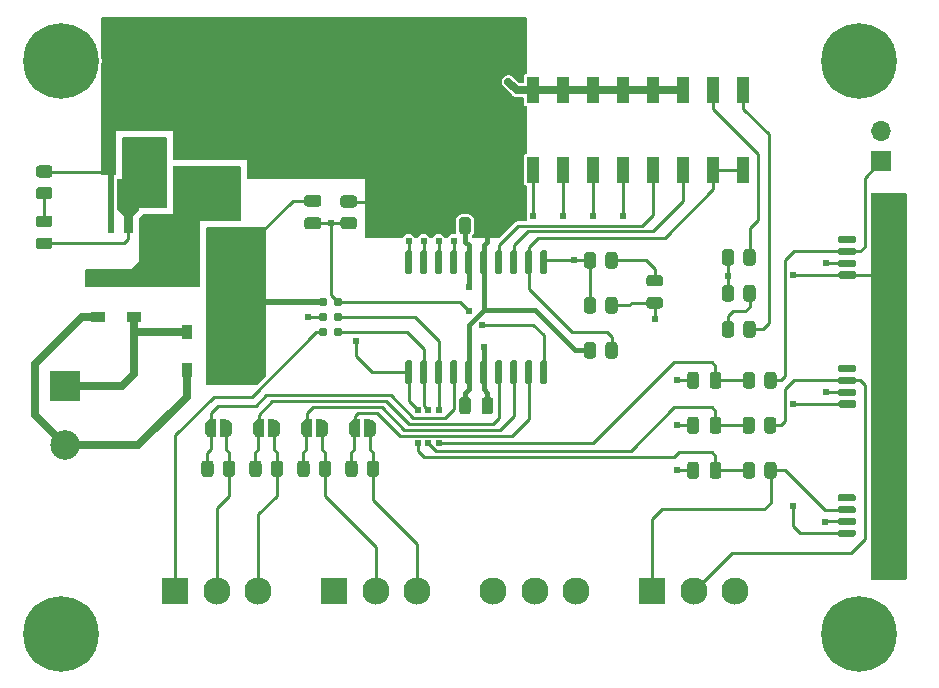
<source format=gtl>
G04 #@! TF.GenerationSoftware,KiCad,Pcbnew,6.0.2+dfsg-1*
G04 #@! TF.CreationDate,2024-04-05T20:37:34-06:00*
G04 #@! TF.ProjectId,ckt-iiab,636b742d-6969-4616-922e-6b696361645f,rev?*
G04 #@! TF.SameCoordinates,Original*
G04 #@! TF.FileFunction,Copper,L1,Top*
G04 #@! TF.FilePolarity,Positive*
%FSLAX46Y46*%
G04 Gerber Fmt 4.6, Leading zero omitted, Abs format (unit mm)*
G04 Created by KiCad (PCBNEW 6.0.2+dfsg-1) date 2024-04-05 20:37:34*
%MOMM*%
%LPD*%
G01*
G04 APERTURE LIST*
G04 #@! TA.AperFunction,ComponentPad*
%ADD10R,2.300000X2.300000*%
G04 #@! TD*
G04 #@! TA.AperFunction,ComponentPad*
%ADD11C,2.300000*%
G04 #@! TD*
G04 #@! TA.AperFunction,ComponentPad*
%ADD12C,6.400000*%
G04 #@! TD*
G04 #@! TA.AperFunction,ComponentPad*
%ADD13R,1.700000X1.700000*%
G04 #@! TD*
G04 #@! TA.AperFunction,ComponentPad*
%ADD14O,1.700000X1.700000*%
G04 #@! TD*
G04 #@! TA.AperFunction,SMDPad,CuDef*
%ADD15R,1.200000X0.900000*%
G04 #@! TD*
G04 #@! TA.AperFunction,SMDPad,CuDef*
%ADD16R,0.900000X1.200000*%
G04 #@! TD*
G04 #@! TA.AperFunction,SMDPad,CuDef*
%ADD17R,1.120000X2.160000*%
G04 #@! TD*
G04 #@! TA.AperFunction,ConnectorPad*
%ADD18C,0.787400*%
G04 #@! TD*
G04 #@! TA.AperFunction,ComponentPad*
%ADD19R,2.500000X2.500000*%
G04 #@! TD*
G04 #@! TA.AperFunction,ComponentPad*
%ADD20C,2.500000*%
G04 #@! TD*
G04 #@! TA.AperFunction,SMDPad,CuDef*
%ADD21R,0.550000X1.300000*%
G04 #@! TD*
G04 #@! TA.AperFunction,ViaPad*
%ADD22C,0.609600*%
G04 #@! TD*
G04 #@! TA.AperFunction,Conductor*
%ADD23C,0.254000*%
G04 #@! TD*
G04 #@! TA.AperFunction,Conductor*
%ADD24C,0.457200*%
G04 #@! TD*
G04 #@! TA.AperFunction,Conductor*
%ADD25C,0.635000*%
G04 #@! TD*
G04 #@! TA.AperFunction,Conductor*
%ADD26C,0.508000*%
G04 #@! TD*
G04 APERTURE END LIST*
G04 #@! TA.AperFunction,SMDPad,CuDef*
G36*
G01*
X64229000Y-142400000D02*
X63279000Y-142400000D01*
G75*
G02*
X63029000Y-142150000I0J250000D01*
G01*
X63029000Y-141650000D01*
G75*
G02*
X63279000Y-141400000I250000J0D01*
G01*
X64229000Y-141400000D01*
G75*
G02*
X64479000Y-141650000I0J-250000D01*
G01*
X64479000Y-142150000D01*
G75*
G02*
X64229000Y-142400000I-250000J0D01*
G01*
G37*
G04 #@! TD.AperFunction*
G04 #@! TA.AperFunction,SMDPad,CuDef*
G36*
G01*
X64229000Y-140500000D02*
X63279000Y-140500000D01*
G75*
G02*
X63029000Y-140250000I0J250000D01*
G01*
X63029000Y-139750000D01*
G75*
G02*
X63279000Y-139500000I250000J0D01*
G01*
X64229000Y-139500000D01*
G75*
G02*
X64479000Y-139750000I0J-250000D01*
G01*
X64479000Y-140250000D01*
G75*
G02*
X64229000Y-140500000I-250000J0D01*
G01*
G37*
G04 #@! TD.AperFunction*
G04 #@! TA.AperFunction,SMDPad,CuDef*
G36*
G01*
X86713000Y-145484000D02*
X86713000Y-144584000D01*
G75*
G02*
X86963000Y-144334000I250000J0D01*
G01*
X87488000Y-144334000D01*
G75*
G02*
X87738000Y-144584000I0J-250000D01*
G01*
X87738000Y-145484000D01*
G75*
G02*
X87488000Y-145734000I-250000J0D01*
G01*
X86963000Y-145734000D01*
G75*
G02*
X86713000Y-145484000I0J250000D01*
G01*
G37*
G04 #@! TD.AperFunction*
G04 #@! TA.AperFunction,SMDPad,CuDef*
G36*
G01*
X88538000Y-145484000D02*
X88538000Y-144584000D01*
G75*
G02*
X88788000Y-144334000I250000J0D01*
G01*
X89313000Y-144334000D01*
G75*
G02*
X89563000Y-144584000I0J-250000D01*
G01*
X89563000Y-145484000D01*
G75*
G02*
X89313000Y-145734000I-250000J0D01*
G01*
X88788000Y-145734000D01*
G75*
G02*
X88538000Y-145484000I0J250000D01*
G01*
G37*
G04 #@! TD.AperFunction*
G04 #@! TA.AperFunction,SMDPad,CuDef*
G36*
G01*
X109623000Y-146580000D02*
X108373000Y-146580000D01*
G75*
G02*
X108223000Y-146430000I0J150000D01*
G01*
X108223000Y-146130000D01*
G75*
G02*
X108373000Y-145980000I150000J0D01*
G01*
X109623000Y-145980000D01*
G75*
G02*
X109773000Y-146130000I0J-150000D01*
G01*
X109773000Y-146430000D01*
G75*
G02*
X109623000Y-146580000I-150000J0D01*
G01*
G37*
G04 #@! TD.AperFunction*
G04 #@! TA.AperFunction,SMDPad,CuDef*
G36*
G01*
X109623000Y-145580000D02*
X108373000Y-145580000D01*
G75*
G02*
X108223000Y-145430000I0J150000D01*
G01*
X108223000Y-145130000D01*
G75*
G02*
X108373000Y-144980000I150000J0D01*
G01*
X109623000Y-144980000D01*
G75*
G02*
X109773000Y-145130000I0J-150000D01*
G01*
X109773000Y-145430000D01*
G75*
G02*
X109623000Y-145580000I-150000J0D01*
G01*
G37*
G04 #@! TD.AperFunction*
G04 #@! TA.AperFunction,SMDPad,CuDef*
G36*
G01*
X109623000Y-144580000D02*
X108373000Y-144580000D01*
G75*
G02*
X108223000Y-144430000I0J150000D01*
G01*
X108223000Y-144130000D01*
G75*
G02*
X108373000Y-143980000I150000J0D01*
G01*
X109623000Y-143980000D01*
G75*
G02*
X109773000Y-144130000I0J-150000D01*
G01*
X109773000Y-144430000D01*
G75*
G02*
X109623000Y-144580000I-150000J0D01*
G01*
G37*
G04 #@! TD.AperFunction*
G04 #@! TA.AperFunction,SMDPad,CuDef*
G36*
G01*
X109623000Y-143580000D02*
X108373000Y-143580000D01*
G75*
G02*
X108223000Y-143430000I0J150000D01*
G01*
X108223000Y-143130000D01*
G75*
G02*
X108373000Y-142980000I150000J0D01*
G01*
X109623000Y-142980000D01*
G75*
G02*
X109773000Y-143130000I0J-150000D01*
G01*
X109773000Y-143430000D01*
G75*
G02*
X109623000Y-143580000I-150000J0D01*
G01*
G37*
G04 #@! TD.AperFunction*
G04 #@! TA.AperFunction,SMDPad,CuDef*
G36*
G01*
X113523000Y-142580000D02*
X112223000Y-142580000D01*
G75*
G02*
X111973000Y-142330000I0J250000D01*
G01*
X111973000Y-141630000D01*
G75*
G02*
X112223000Y-141380000I250000J0D01*
G01*
X113523000Y-141380000D01*
G75*
G02*
X113773000Y-141630000I0J-250000D01*
G01*
X113773000Y-142330000D01*
G75*
G02*
X113523000Y-142580000I-250000J0D01*
G01*
G37*
G04 #@! TD.AperFunction*
G04 #@! TA.AperFunction,SMDPad,CuDef*
G36*
G01*
X113523000Y-148180000D02*
X112223000Y-148180000D01*
G75*
G02*
X111973000Y-147930000I0J250000D01*
G01*
X111973000Y-147230000D01*
G75*
G02*
X112223000Y-146980000I250000J0D01*
G01*
X113523000Y-146980000D01*
G75*
G02*
X113773000Y-147230000I0J-250000D01*
G01*
X113773000Y-147930000D01*
G75*
G02*
X113523000Y-148180000I-250000J0D01*
G01*
G37*
G04 #@! TD.AperFunction*
G04 #@! TA.AperFunction,SMDPad,CuDef*
G36*
G01*
X66520000Y-163137000D02*
X66520000Y-162237000D01*
G75*
G02*
X66770000Y-161987000I250000J0D01*
G01*
X67295000Y-161987000D01*
G75*
G02*
X67545000Y-162237000I0J-250000D01*
G01*
X67545000Y-163137000D01*
G75*
G02*
X67295000Y-163387000I-250000J0D01*
G01*
X66770000Y-163387000D01*
G75*
G02*
X66520000Y-163137000I0J250000D01*
G01*
G37*
G04 #@! TD.AperFunction*
G04 #@! TA.AperFunction,SMDPad,CuDef*
G36*
G01*
X68345000Y-163137000D02*
X68345000Y-162237000D01*
G75*
G02*
X68595000Y-161987000I250000J0D01*
G01*
X69120000Y-161987000D01*
G75*
G02*
X69370000Y-162237000I0J-250000D01*
G01*
X69370000Y-163137000D01*
G75*
G02*
X69120000Y-163387000I-250000J0D01*
G01*
X68595000Y-163387000D01*
G75*
G02*
X68345000Y-163137000I0J250000D01*
G01*
G37*
G04 #@! TD.AperFunction*
D10*
X52126000Y-173031988D03*
D11*
X55626000Y-173031988D03*
X59126000Y-173031988D03*
G04 #@! TA.AperFunction,SMDPad,CuDef*
G36*
G01*
X98351000Y-154719000D02*
X98351000Y-155669000D01*
G75*
G02*
X98101000Y-155919000I-250000J0D01*
G01*
X97601000Y-155919000D01*
G75*
G02*
X97351000Y-155669000I0J250000D01*
G01*
X97351000Y-154719000D01*
G75*
G02*
X97601000Y-154469000I250000J0D01*
G01*
X98101000Y-154469000D01*
G75*
G02*
X98351000Y-154719000I0J-250000D01*
G01*
G37*
G04 #@! TD.AperFunction*
G04 #@! TA.AperFunction,SMDPad,CuDef*
G36*
G01*
X96451000Y-154719000D02*
X96451000Y-155669000D01*
G75*
G02*
X96201000Y-155919000I-250000J0D01*
G01*
X95701000Y-155919000D01*
G75*
G02*
X95451000Y-155669000I0J250000D01*
G01*
X95451000Y-154719000D01*
G75*
G02*
X95701000Y-154469000I250000J0D01*
G01*
X96201000Y-154469000D01*
G75*
G02*
X96451000Y-154719000I0J-250000D01*
G01*
G37*
G04 #@! TD.AperFunction*
G04 #@! TA.AperFunction,SMDPad,CuDef*
G36*
X59667000Y-160008000D02*
G01*
X59167000Y-160008000D01*
X59167000Y-160003033D01*
X59087059Y-160001568D01*
X58951744Y-159959293D01*
X58833734Y-159880738D01*
X58742514Y-159772219D01*
X58685419Y-159642460D01*
X58667836Y-159508000D01*
X58667000Y-159508000D01*
X58667000Y-159008000D01*
X58667836Y-159008000D01*
X58667037Y-159001891D01*
X58688848Y-158861814D01*
X58749096Y-158733489D01*
X58842940Y-158627231D01*
X58962835Y-158551583D01*
X59099142Y-158512626D01*
X59167000Y-158513041D01*
X59167000Y-158508000D01*
X59667000Y-158508000D01*
X59667000Y-160008000D01*
G37*
G04 #@! TD.AperFunction*
G04 #@! TA.AperFunction,SMDPad,CuDef*
G36*
X60467000Y-158513041D02*
G01*
X60540905Y-158513492D01*
X60676726Y-158554111D01*
X60795688Y-158631218D01*
X60888226Y-158738615D01*
X60946903Y-158867667D01*
X60967000Y-159008000D01*
X60967000Y-159508000D01*
X60966851Y-159520216D01*
X60943331Y-159660017D01*
X60881519Y-159787596D01*
X60786384Y-159892700D01*
X60665574Y-159966877D01*
X60528801Y-160004166D01*
X60467000Y-160003033D01*
X60467000Y-160008000D01*
X59967000Y-160008000D01*
X59967000Y-158508000D01*
X60467000Y-158508000D01*
X60467000Y-158513041D01*
G37*
G04 #@! TD.AperFunction*
D12*
X109982000Y-176657000D03*
D13*
X111887000Y-136657004D03*
D14*
X111887000Y-134117004D03*
G04 #@! TA.AperFunction,SMDPad,CuDef*
G36*
G01*
X67252000Y-142395000D02*
X66352000Y-142395000D01*
G75*
G02*
X66102000Y-142145000I0J250000D01*
G01*
X66102000Y-141620000D01*
G75*
G02*
X66352000Y-141370000I250000J0D01*
G01*
X67252000Y-141370000D01*
G75*
G02*
X67502000Y-141620000I0J-250000D01*
G01*
X67502000Y-142145000D01*
G75*
G02*
X67252000Y-142395000I-250000J0D01*
G01*
G37*
G04 #@! TD.AperFunction*
G04 #@! TA.AperFunction,SMDPad,CuDef*
G36*
G01*
X67252000Y-140570000D02*
X66352000Y-140570000D01*
G75*
G02*
X66102000Y-140320000I0J250000D01*
G01*
X66102000Y-139795000D01*
G75*
G02*
X66352000Y-139545000I250000J0D01*
G01*
X67252000Y-139545000D01*
G75*
G02*
X67502000Y-139795000I0J-250000D01*
G01*
X67502000Y-140320000D01*
G75*
G02*
X67252000Y-140570000I-250000J0D01*
G01*
G37*
G04 #@! TD.AperFunction*
G04 #@! TA.AperFunction,SMDPad,CuDef*
G36*
G01*
X100151500Y-159454000D02*
X100151500Y-158554000D01*
G75*
G02*
X100401500Y-158304000I250000J0D01*
G01*
X100926500Y-158304000D01*
G75*
G02*
X101176500Y-158554000I0J-250000D01*
G01*
X101176500Y-159454000D01*
G75*
G02*
X100926500Y-159704000I-250000J0D01*
G01*
X100401500Y-159704000D01*
G75*
G02*
X100151500Y-159454000I0J250000D01*
G01*
G37*
G04 #@! TD.AperFunction*
G04 #@! TA.AperFunction,SMDPad,CuDef*
G36*
G01*
X101976500Y-159454000D02*
X101976500Y-158554000D01*
G75*
G02*
X102226500Y-158304000I250000J0D01*
G01*
X102751500Y-158304000D01*
G75*
G02*
X103001500Y-158554000I0J-250000D01*
G01*
X103001500Y-159454000D01*
G75*
G02*
X102751500Y-159704000I-250000J0D01*
G01*
X102226500Y-159704000D01*
G75*
G02*
X101976500Y-159454000I0J250000D01*
G01*
G37*
G04 #@! TD.AperFunction*
D12*
X109982000Y-128143000D03*
G04 #@! TA.AperFunction,SMDPad,CuDef*
G36*
G01*
X58392000Y-163137000D02*
X58392000Y-162237000D01*
G75*
G02*
X58642000Y-161987000I250000J0D01*
G01*
X59167000Y-161987000D01*
G75*
G02*
X59417000Y-162237000I0J-250000D01*
G01*
X59417000Y-163137000D01*
G75*
G02*
X59167000Y-163387000I-250000J0D01*
G01*
X58642000Y-163387000D01*
G75*
G02*
X58392000Y-163137000I0J250000D01*
G01*
G37*
G04 #@! TD.AperFunction*
G04 #@! TA.AperFunction,SMDPad,CuDef*
G36*
G01*
X60217000Y-163137000D02*
X60217000Y-162237000D01*
G75*
G02*
X60467000Y-161987000I250000J0D01*
G01*
X60992000Y-161987000D01*
G75*
G02*
X61242000Y-162237000I0J-250000D01*
G01*
X61242000Y-163137000D01*
G75*
G02*
X60992000Y-163387000I-250000J0D01*
G01*
X60467000Y-163387000D01*
G75*
G02*
X60217000Y-163137000I0J250000D01*
G01*
G37*
G04 #@! TD.AperFunction*
D15*
X48641000Y-146559000D03*
X48641000Y-149859000D03*
G04 #@! TA.AperFunction,SMDPad,CuDef*
G36*
G01*
X79047000Y-141638000D02*
X79047000Y-142588000D01*
G75*
G02*
X78797000Y-142838000I-250000J0D01*
G01*
X78297000Y-142838000D01*
G75*
G02*
X78047000Y-142588000I0J250000D01*
G01*
X78047000Y-141638000D01*
G75*
G02*
X78297000Y-141388000I250000J0D01*
G01*
X78797000Y-141388000D01*
G75*
G02*
X79047000Y-141638000I0J-250000D01*
G01*
G37*
G04 #@! TD.AperFunction*
G04 #@! TA.AperFunction,SMDPad,CuDef*
G36*
G01*
X77147000Y-141638000D02*
X77147000Y-142588000D01*
G75*
G02*
X76897000Y-142838000I-250000J0D01*
G01*
X76397000Y-142838000D01*
G75*
G02*
X76147000Y-142588000I0J250000D01*
G01*
X76147000Y-141638000D01*
G75*
G02*
X76397000Y-141388000I250000J0D01*
G01*
X76897000Y-141388000D01*
G75*
G02*
X77147000Y-141638000I0J-250000D01*
G01*
G37*
G04 #@! TD.AperFunction*
G04 #@! TA.AperFunction,SMDPad,CuDef*
G36*
G01*
X55838000Y-137536000D02*
X56938000Y-137536000D01*
G75*
G02*
X57188000Y-137786000I0J-250000D01*
G01*
X57188000Y-140786000D01*
G75*
G02*
X56938000Y-141036000I-250000J0D01*
G01*
X55838000Y-141036000D01*
G75*
G02*
X55588000Y-140786000I0J250000D01*
G01*
X55588000Y-137786000D01*
G75*
G02*
X55838000Y-137536000I250000J0D01*
G01*
G37*
G04 #@! TD.AperFunction*
G04 #@! TA.AperFunction,SMDPad,CuDef*
G36*
G01*
X55838000Y-142936000D02*
X56938000Y-142936000D01*
G75*
G02*
X57188000Y-143186000I0J-250000D01*
G01*
X57188000Y-146186000D01*
G75*
G02*
X56938000Y-146436000I-250000J0D01*
G01*
X55838000Y-146436000D01*
G75*
G02*
X55588000Y-146186000I0J250000D01*
G01*
X55588000Y-143186000D01*
G75*
G02*
X55838000Y-142936000I250000J0D01*
G01*
G37*
G04 #@! TD.AperFunction*
G04 #@! TA.AperFunction,SMDPad,CuDef*
G36*
G01*
X109590996Y-168448003D02*
X108340996Y-168448003D01*
G75*
G02*
X108190996Y-168298003I0J150000D01*
G01*
X108190996Y-167998003D01*
G75*
G02*
X108340996Y-167848003I150000J0D01*
G01*
X109590996Y-167848003D01*
G75*
G02*
X109740996Y-167998003I0J-150000D01*
G01*
X109740996Y-168298003D01*
G75*
G02*
X109590996Y-168448003I-150000J0D01*
G01*
G37*
G04 #@! TD.AperFunction*
G04 #@! TA.AperFunction,SMDPad,CuDef*
G36*
G01*
X109590996Y-167448003D02*
X108340996Y-167448003D01*
G75*
G02*
X108190996Y-167298003I0J150000D01*
G01*
X108190996Y-166998003D01*
G75*
G02*
X108340996Y-166848003I150000J0D01*
G01*
X109590996Y-166848003D01*
G75*
G02*
X109740996Y-166998003I0J-150000D01*
G01*
X109740996Y-167298003D01*
G75*
G02*
X109590996Y-167448003I-150000J0D01*
G01*
G37*
G04 #@! TD.AperFunction*
G04 #@! TA.AperFunction,SMDPad,CuDef*
G36*
G01*
X109590996Y-166448003D02*
X108340996Y-166448003D01*
G75*
G02*
X108190996Y-166298003I0J150000D01*
G01*
X108190996Y-165998003D01*
G75*
G02*
X108340996Y-165848003I150000J0D01*
G01*
X109590996Y-165848003D01*
G75*
G02*
X109740996Y-165998003I0J-150000D01*
G01*
X109740996Y-166298003D01*
G75*
G02*
X109590996Y-166448003I-150000J0D01*
G01*
G37*
G04 #@! TD.AperFunction*
G04 #@! TA.AperFunction,SMDPad,CuDef*
G36*
G01*
X109590996Y-165448003D02*
X108340996Y-165448003D01*
G75*
G02*
X108190996Y-165298003I0J150000D01*
G01*
X108190996Y-164998003D01*
G75*
G02*
X108340996Y-164848003I150000J0D01*
G01*
X109590996Y-164848003D01*
G75*
G02*
X109740996Y-164998003I0J-150000D01*
G01*
X109740996Y-165298003D01*
G75*
G02*
X109590996Y-165448003I-150000J0D01*
G01*
G37*
G04 #@! TD.AperFunction*
G04 #@! TA.AperFunction,SMDPad,CuDef*
G36*
G01*
X113490996Y-170048003D02*
X112190996Y-170048003D01*
G75*
G02*
X111940996Y-169798003I0J250000D01*
G01*
X111940996Y-169098003D01*
G75*
G02*
X112190996Y-168848003I250000J0D01*
G01*
X113490996Y-168848003D01*
G75*
G02*
X113740996Y-169098003I0J-250000D01*
G01*
X113740996Y-169798003D01*
G75*
G02*
X113490996Y-170048003I-250000J0D01*
G01*
G37*
G04 #@! TD.AperFunction*
G04 #@! TA.AperFunction,SMDPad,CuDef*
G36*
G01*
X113490996Y-164448003D02*
X112190996Y-164448003D01*
G75*
G02*
X111940996Y-164198003I0J250000D01*
G01*
X111940996Y-163498003D01*
G75*
G02*
X112190996Y-163248003I250000J0D01*
G01*
X113490996Y-163248003D01*
G75*
G02*
X113740996Y-163498003I0J-250000D01*
G01*
X113740996Y-164198003D01*
G75*
G02*
X113490996Y-164448003I-250000J0D01*
G01*
G37*
G04 #@! TD.AperFunction*
G04 #@! TA.AperFunction,SMDPad,CuDef*
G36*
G01*
X100175000Y-163264000D02*
X100175000Y-162364000D01*
G75*
G02*
X100425000Y-162114000I250000J0D01*
G01*
X100950000Y-162114000D01*
G75*
G02*
X101200000Y-162364000I0J-250000D01*
G01*
X101200000Y-163264000D01*
G75*
G02*
X100950000Y-163514000I-250000J0D01*
G01*
X100425000Y-163514000D01*
G75*
G02*
X100175000Y-163264000I0J250000D01*
G01*
G37*
G04 #@! TD.AperFunction*
G04 #@! TA.AperFunction,SMDPad,CuDef*
G36*
G01*
X102000000Y-163264000D02*
X102000000Y-162364000D01*
G75*
G02*
X102250000Y-162114000I250000J0D01*
G01*
X102775000Y-162114000D01*
G75*
G02*
X103025000Y-162364000I0J-250000D01*
G01*
X103025000Y-163264000D01*
G75*
G02*
X102775000Y-163514000I-250000J0D01*
G01*
X102250000Y-163514000D01*
G75*
G02*
X102000000Y-163264000I0J250000D01*
G01*
G37*
G04 #@! TD.AperFunction*
D12*
X42418000Y-176657000D03*
G04 #@! TA.AperFunction,SMDPad,CuDef*
G36*
G01*
X54328000Y-163137000D02*
X54328000Y-162237000D01*
G75*
G02*
X54578000Y-161987000I250000J0D01*
G01*
X55103000Y-161987000D01*
G75*
G02*
X55353000Y-162237000I0J-250000D01*
G01*
X55353000Y-163137000D01*
G75*
G02*
X55103000Y-163387000I-250000J0D01*
G01*
X54578000Y-163387000D01*
G75*
G02*
X54328000Y-163137000I0J250000D01*
G01*
G37*
G04 #@! TD.AperFunction*
G04 #@! TA.AperFunction,SMDPad,CuDef*
G36*
G01*
X56153000Y-163137000D02*
X56153000Y-162237000D01*
G75*
G02*
X56403000Y-161987000I250000J0D01*
G01*
X56928000Y-161987000D01*
G75*
G02*
X57178000Y-162237000I0J-250000D01*
G01*
X57178000Y-163137000D01*
G75*
G02*
X56928000Y-163387000I-250000J0D01*
G01*
X56403000Y-163387000D01*
G75*
G02*
X56153000Y-163137000I0J250000D01*
G01*
G37*
G04 #@! TD.AperFunction*
X42418000Y-128143000D03*
G04 #@! TA.AperFunction,SMDPad,CuDef*
G36*
X55603000Y-160008000D02*
G01*
X55103000Y-160008000D01*
X55103000Y-160003033D01*
X55023059Y-160001568D01*
X54887744Y-159959293D01*
X54769734Y-159880738D01*
X54678514Y-159772219D01*
X54621419Y-159642460D01*
X54603836Y-159508000D01*
X54603000Y-159508000D01*
X54603000Y-159008000D01*
X54603836Y-159008000D01*
X54603037Y-159001891D01*
X54624848Y-158861814D01*
X54685096Y-158733489D01*
X54778940Y-158627231D01*
X54898835Y-158551583D01*
X55035142Y-158512626D01*
X55103000Y-158513041D01*
X55103000Y-158508000D01*
X55603000Y-158508000D01*
X55603000Y-160008000D01*
G37*
G04 #@! TD.AperFunction*
G04 #@! TA.AperFunction,SMDPad,CuDef*
G36*
X56403000Y-158513041D02*
G01*
X56476905Y-158513492D01*
X56612726Y-158554111D01*
X56731688Y-158631218D01*
X56824226Y-158738615D01*
X56882903Y-158867667D01*
X56903000Y-159008000D01*
X56903000Y-159508000D01*
X56902851Y-159520216D01*
X56879331Y-159660017D01*
X56817519Y-159787596D01*
X56722384Y-159892700D01*
X56601574Y-159966877D01*
X56464801Y-160004166D01*
X56403000Y-160003033D01*
X56403000Y-160008000D01*
X55903000Y-160008000D01*
X55903000Y-158508000D01*
X56403000Y-158508000D01*
X56403000Y-158513041D01*
G37*
G04 #@! TD.AperFunction*
D16*
X53087000Y-154305000D03*
X56387000Y-154305000D03*
X53087000Y-151130000D03*
X56387000Y-151130000D03*
D17*
X100203000Y-130620000D03*
X97663000Y-130620000D03*
X95123000Y-130620000D03*
X92583000Y-130620000D03*
X90043000Y-130620000D03*
X87503000Y-130620000D03*
X84963000Y-130620000D03*
X82423000Y-130620000D03*
X82423000Y-137350000D03*
X84963000Y-137350000D03*
X87503000Y-137350000D03*
X90043000Y-137350000D03*
X92583000Y-137350000D03*
X95123000Y-137350000D03*
X97663000Y-137350000D03*
X100203000Y-137350000D03*
G04 #@! TA.AperFunction,SMDPad,CuDef*
G36*
G01*
X98351000Y-162339000D02*
X98351000Y-163289000D01*
G75*
G02*
X98101000Y-163539000I-250000J0D01*
G01*
X97601000Y-163539000D01*
G75*
G02*
X97351000Y-163289000I0J250000D01*
G01*
X97351000Y-162339000D01*
G75*
G02*
X97601000Y-162089000I250000J0D01*
G01*
X98101000Y-162089000D01*
G75*
G02*
X98351000Y-162339000I0J-250000D01*
G01*
G37*
G04 #@! TD.AperFunction*
G04 #@! TA.AperFunction,SMDPad,CuDef*
G36*
G01*
X96451000Y-162339000D02*
X96451000Y-163289000D01*
G75*
G02*
X96201000Y-163539000I-250000J0D01*
G01*
X95701000Y-163539000D01*
G75*
G02*
X95451000Y-163289000I0J250000D01*
G01*
X95451000Y-162339000D01*
G75*
G02*
X95701000Y-162089000I250000J0D01*
G01*
X96201000Y-162089000D01*
G75*
G02*
X96451000Y-162339000I0J-250000D01*
G01*
G37*
G04 #@! TD.AperFunction*
G04 #@! TA.AperFunction,SMDPad,CuDef*
G36*
G01*
X41477250Y-144094500D02*
X40564750Y-144094500D01*
G75*
G02*
X40321000Y-143850750I0J243750D01*
G01*
X40321000Y-143363250D01*
G75*
G02*
X40564750Y-143119500I243750J0D01*
G01*
X41477250Y-143119500D01*
G75*
G02*
X41721000Y-143363250I0J-243750D01*
G01*
X41721000Y-143850750D01*
G75*
G02*
X41477250Y-144094500I-243750J0D01*
G01*
G37*
G04 #@! TD.AperFunction*
G04 #@! TA.AperFunction,SMDPad,CuDef*
G36*
G01*
X41477250Y-142219500D02*
X40564750Y-142219500D01*
G75*
G02*
X40321000Y-141975750I0J243750D01*
G01*
X40321000Y-141488250D01*
G75*
G02*
X40564750Y-141244500I243750J0D01*
G01*
X41477250Y-141244500D01*
G75*
G02*
X41721000Y-141488250I0J-243750D01*
G01*
X41721000Y-141975750D01*
G75*
G02*
X41477250Y-142219500I-243750J0D01*
G01*
G37*
G04 #@! TD.AperFunction*
G04 #@! TA.AperFunction,SMDPad,CuDef*
G36*
G01*
X62456000Y-163137000D02*
X62456000Y-162237000D01*
G75*
G02*
X62706000Y-161987000I250000J0D01*
G01*
X63231000Y-161987000D01*
G75*
G02*
X63481000Y-162237000I0J-250000D01*
G01*
X63481000Y-163137000D01*
G75*
G02*
X63231000Y-163387000I-250000J0D01*
G01*
X62706000Y-163387000D01*
G75*
G02*
X62456000Y-163137000I0J250000D01*
G01*
G37*
G04 #@! TD.AperFunction*
G04 #@! TA.AperFunction,SMDPad,CuDef*
G36*
G01*
X64281000Y-163137000D02*
X64281000Y-162237000D01*
G75*
G02*
X64531000Y-161987000I250000J0D01*
G01*
X65056000Y-161987000D01*
G75*
G02*
X65306000Y-162237000I0J-250000D01*
G01*
X65306000Y-163137000D01*
G75*
G02*
X65056000Y-163387000I-250000J0D01*
G01*
X64531000Y-163387000D01*
G75*
G02*
X64281000Y-163137000I0J250000D01*
G01*
G37*
G04 #@! TD.AperFunction*
D18*
X65913000Y-151130000D03*
X64643000Y-151130000D03*
X65913000Y-149860000D03*
X64643000Y-149860000D03*
X65913000Y-148590000D03*
X64643000Y-148590000D03*
G04 #@! TA.AperFunction,SMDPad,CuDef*
G36*
G01*
X101247000Y-147378000D02*
X101247000Y-148278000D01*
G75*
G02*
X100997000Y-148528000I-250000J0D01*
G01*
X100472000Y-148528000D01*
G75*
G02*
X100222000Y-148278000I0J250000D01*
G01*
X100222000Y-147378000D01*
G75*
G02*
X100472000Y-147128000I250000J0D01*
G01*
X100997000Y-147128000D01*
G75*
G02*
X101247000Y-147378000I0J-250000D01*
G01*
G37*
G04 #@! TD.AperFunction*
G04 #@! TA.AperFunction,SMDPad,CuDef*
G36*
G01*
X99422000Y-147378000D02*
X99422000Y-148278000D01*
G75*
G02*
X99172000Y-148528000I-250000J0D01*
G01*
X98647000Y-148528000D01*
G75*
G02*
X98397000Y-148278000I0J250000D01*
G01*
X98397000Y-147378000D01*
G75*
G02*
X98647000Y-147128000I250000J0D01*
G01*
X99172000Y-147128000D01*
G75*
G02*
X99422000Y-147378000I0J-250000D01*
G01*
G37*
G04 #@! TD.AperFunction*
D19*
X42799000Y-155702000D03*
D20*
X42799000Y-160702000D03*
G04 #@! TA.AperFunction,SMDPad,CuDef*
G36*
G01*
X89563000Y-152204000D02*
X89563000Y-153104000D01*
G75*
G02*
X89313000Y-153354000I-250000J0D01*
G01*
X88788000Y-153354000D01*
G75*
G02*
X88538000Y-153104000I0J250000D01*
G01*
X88538000Y-152204000D01*
G75*
G02*
X88788000Y-151954000I250000J0D01*
G01*
X89313000Y-151954000D01*
G75*
G02*
X89563000Y-152204000I0J-250000D01*
G01*
G37*
G04 #@! TD.AperFunction*
G04 #@! TA.AperFunction,SMDPad,CuDef*
G36*
G01*
X87738000Y-152204000D02*
X87738000Y-153104000D01*
G75*
G02*
X87488000Y-153354000I-250000J0D01*
G01*
X86963000Y-153354000D01*
G75*
G02*
X86713000Y-153104000I0J250000D01*
G01*
X86713000Y-152204000D01*
G75*
G02*
X86963000Y-151954000I250000J0D01*
G01*
X87488000Y-151954000D01*
G75*
G02*
X87738000Y-152204000I0J-250000D01*
G01*
G37*
G04 #@! TD.AperFunction*
G04 #@! TA.AperFunction,SMDPad,CuDef*
G36*
X63731000Y-160008000D02*
G01*
X63231000Y-160008000D01*
X63231000Y-160003033D01*
X63151059Y-160001568D01*
X63015744Y-159959293D01*
X62897734Y-159880738D01*
X62806514Y-159772219D01*
X62749419Y-159642460D01*
X62731836Y-159508000D01*
X62731000Y-159508000D01*
X62731000Y-159008000D01*
X62731836Y-159008000D01*
X62731037Y-159001891D01*
X62752848Y-158861814D01*
X62813096Y-158733489D01*
X62906940Y-158627231D01*
X63026835Y-158551583D01*
X63163142Y-158512626D01*
X63231000Y-158513041D01*
X63231000Y-158508000D01*
X63731000Y-158508000D01*
X63731000Y-160008000D01*
G37*
G04 #@! TD.AperFunction*
G04 #@! TA.AperFunction,SMDPad,CuDef*
G36*
X64531000Y-158513041D02*
G01*
X64604905Y-158513492D01*
X64740726Y-158554111D01*
X64859688Y-158631218D01*
X64952226Y-158738615D01*
X65010903Y-158867667D01*
X65031000Y-159008000D01*
X65031000Y-159508000D01*
X65030851Y-159520216D01*
X65007331Y-159660017D01*
X64945519Y-159787596D01*
X64850384Y-159892700D01*
X64729574Y-159966877D01*
X64592801Y-160004166D01*
X64531000Y-160003033D01*
X64531000Y-160008000D01*
X64031000Y-160008000D01*
X64031000Y-158508000D01*
X64531000Y-158508000D01*
X64531000Y-158513041D01*
G37*
G04 #@! TD.AperFunction*
G04 #@! TA.AperFunction,SMDPad,CuDef*
G36*
G01*
X86713000Y-149294000D02*
X86713000Y-148394000D01*
G75*
G02*
X86963000Y-148144000I250000J0D01*
G01*
X87488000Y-148144000D01*
G75*
G02*
X87738000Y-148394000I0J-250000D01*
G01*
X87738000Y-149294000D01*
G75*
G02*
X87488000Y-149544000I-250000J0D01*
G01*
X86963000Y-149544000D01*
G75*
G02*
X86713000Y-149294000I0J250000D01*
G01*
G37*
G04 #@! TD.AperFunction*
G04 #@! TA.AperFunction,SMDPad,CuDef*
G36*
G01*
X88538000Y-149294000D02*
X88538000Y-148394000D01*
G75*
G02*
X88788000Y-148144000I250000J0D01*
G01*
X89313000Y-148144000D01*
G75*
G02*
X89563000Y-148394000I0J-250000D01*
G01*
X89563000Y-149294000D01*
G75*
G02*
X89313000Y-149544000I-250000J0D01*
G01*
X88788000Y-149544000D01*
G75*
G02*
X88538000Y-149294000I0J250000D01*
G01*
G37*
G04 #@! TD.AperFunction*
G04 #@! TA.AperFunction,SMDPad,CuDef*
G36*
G01*
X72032000Y-155535000D02*
X71732000Y-155535000D01*
G75*
G02*
X71582000Y-155385000I0J150000D01*
G01*
X71582000Y-153635000D01*
G75*
G02*
X71732000Y-153485000I150000J0D01*
G01*
X72032000Y-153485000D01*
G75*
G02*
X72182000Y-153635000I0J-150000D01*
G01*
X72182000Y-155385000D01*
G75*
G02*
X72032000Y-155535000I-150000J0D01*
G01*
G37*
G04 #@! TD.AperFunction*
G04 #@! TA.AperFunction,SMDPad,CuDef*
G36*
G01*
X73302000Y-155535000D02*
X73002000Y-155535000D01*
G75*
G02*
X72852000Y-155385000I0J150000D01*
G01*
X72852000Y-153635000D01*
G75*
G02*
X73002000Y-153485000I150000J0D01*
G01*
X73302000Y-153485000D01*
G75*
G02*
X73452000Y-153635000I0J-150000D01*
G01*
X73452000Y-155385000D01*
G75*
G02*
X73302000Y-155535000I-150000J0D01*
G01*
G37*
G04 #@! TD.AperFunction*
G04 #@! TA.AperFunction,SMDPad,CuDef*
G36*
G01*
X74572000Y-155535000D02*
X74272000Y-155535000D01*
G75*
G02*
X74122000Y-155385000I0J150000D01*
G01*
X74122000Y-153635000D01*
G75*
G02*
X74272000Y-153485000I150000J0D01*
G01*
X74572000Y-153485000D01*
G75*
G02*
X74722000Y-153635000I0J-150000D01*
G01*
X74722000Y-155385000D01*
G75*
G02*
X74572000Y-155535000I-150000J0D01*
G01*
G37*
G04 #@! TD.AperFunction*
G04 #@! TA.AperFunction,SMDPad,CuDef*
G36*
G01*
X75842000Y-155535000D02*
X75542000Y-155535000D01*
G75*
G02*
X75392000Y-155385000I0J150000D01*
G01*
X75392000Y-153635000D01*
G75*
G02*
X75542000Y-153485000I150000J0D01*
G01*
X75842000Y-153485000D01*
G75*
G02*
X75992000Y-153635000I0J-150000D01*
G01*
X75992000Y-155385000D01*
G75*
G02*
X75842000Y-155535000I-150000J0D01*
G01*
G37*
G04 #@! TD.AperFunction*
G04 #@! TA.AperFunction,SMDPad,CuDef*
G36*
G01*
X77112000Y-155535000D02*
X76812000Y-155535000D01*
G75*
G02*
X76662000Y-155385000I0J150000D01*
G01*
X76662000Y-153635000D01*
G75*
G02*
X76812000Y-153485000I150000J0D01*
G01*
X77112000Y-153485000D01*
G75*
G02*
X77262000Y-153635000I0J-150000D01*
G01*
X77262000Y-155385000D01*
G75*
G02*
X77112000Y-155535000I-150000J0D01*
G01*
G37*
G04 #@! TD.AperFunction*
G04 #@! TA.AperFunction,SMDPad,CuDef*
G36*
G01*
X78382000Y-155535000D02*
X78082000Y-155535000D01*
G75*
G02*
X77932000Y-155385000I0J150000D01*
G01*
X77932000Y-153635000D01*
G75*
G02*
X78082000Y-153485000I150000J0D01*
G01*
X78382000Y-153485000D01*
G75*
G02*
X78532000Y-153635000I0J-150000D01*
G01*
X78532000Y-155385000D01*
G75*
G02*
X78382000Y-155535000I-150000J0D01*
G01*
G37*
G04 #@! TD.AperFunction*
G04 #@! TA.AperFunction,SMDPad,CuDef*
G36*
G01*
X79652000Y-155535000D02*
X79352000Y-155535000D01*
G75*
G02*
X79202000Y-155385000I0J150000D01*
G01*
X79202000Y-153635000D01*
G75*
G02*
X79352000Y-153485000I150000J0D01*
G01*
X79652000Y-153485000D01*
G75*
G02*
X79802000Y-153635000I0J-150000D01*
G01*
X79802000Y-155385000D01*
G75*
G02*
X79652000Y-155535000I-150000J0D01*
G01*
G37*
G04 #@! TD.AperFunction*
G04 #@! TA.AperFunction,SMDPad,CuDef*
G36*
G01*
X80922000Y-155535000D02*
X80622000Y-155535000D01*
G75*
G02*
X80472000Y-155385000I0J150000D01*
G01*
X80472000Y-153635000D01*
G75*
G02*
X80622000Y-153485000I150000J0D01*
G01*
X80922000Y-153485000D01*
G75*
G02*
X81072000Y-153635000I0J-150000D01*
G01*
X81072000Y-155385000D01*
G75*
G02*
X80922000Y-155535000I-150000J0D01*
G01*
G37*
G04 #@! TD.AperFunction*
G04 #@! TA.AperFunction,SMDPad,CuDef*
G36*
G01*
X82192000Y-155535000D02*
X81892000Y-155535000D01*
G75*
G02*
X81742000Y-155385000I0J150000D01*
G01*
X81742000Y-153635000D01*
G75*
G02*
X81892000Y-153485000I150000J0D01*
G01*
X82192000Y-153485000D01*
G75*
G02*
X82342000Y-153635000I0J-150000D01*
G01*
X82342000Y-155385000D01*
G75*
G02*
X82192000Y-155535000I-150000J0D01*
G01*
G37*
G04 #@! TD.AperFunction*
G04 #@! TA.AperFunction,SMDPad,CuDef*
G36*
G01*
X83462000Y-155535000D02*
X83162000Y-155535000D01*
G75*
G02*
X83012000Y-155385000I0J150000D01*
G01*
X83012000Y-153635000D01*
G75*
G02*
X83162000Y-153485000I150000J0D01*
G01*
X83462000Y-153485000D01*
G75*
G02*
X83612000Y-153635000I0J-150000D01*
G01*
X83612000Y-155385000D01*
G75*
G02*
X83462000Y-155535000I-150000J0D01*
G01*
G37*
G04 #@! TD.AperFunction*
G04 #@! TA.AperFunction,SMDPad,CuDef*
G36*
G01*
X83462000Y-146235000D02*
X83162000Y-146235000D01*
G75*
G02*
X83012000Y-146085000I0J150000D01*
G01*
X83012000Y-144335000D01*
G75*
G02*
X83162000Y-144185000I150000J0D01*
G01*
X83462000Y-144185000D01*
G75*
G02*
X83612000Y-144335000I0J-150000D01*
G01*
X83612000Y-146085000D01*
G75*
G02*
X83462000Y-146235000I-150000J0D01*
G01*
G37*
G04 #@! TD.AperFunction*
G04 #@! TA.AperFunction,SMDPad,CuDef*
G36*
G01*
X82192000Y-146235000D02*
X81892000Y-146235000D01*
G75*
G02*
X81742000Y-146085000I0J150000D01*
G01*
X81742000Y-144335000D01*
G75*
G02*
X81892000Y-144185000I150000J0D01*
G01*
X82192000Y-144185000D01*
G75*
G02*
X82342000Y-144335000I0J-150000D01*
G01*
X82342000Y-146085000D01*
G75*
G02*
X82192000Y-146235000I-150000J0D01*
G01*
G37*
G04 #@! TD.AperFunction*
G04 #@! TA.AperFunction,SMDPad,CuDef*
G36*
G01*
X80922000Y-146235000D02*
X80622000Y-146235000D01*
G75*
G02*
X80472000Y-146085000I0J150000D01*
G01*
X80472000Y-144335000D01*
G75*
G02*
X80622000Y-144185000I150000J0D01*
G01*
X80922000Y-144185000D01*
G75*
G02*
X81072000Y-144335000I0J-150000D01*
G01*
X81072000Y-146085000D01*
G75*
G02*
X80922000Y-146235000I-150000J0D01*
G01*
G37*
G04 #@! TD.AperFunction*
G04 #@! TA.AperFunction,SMDPad,CuDef*
G36*
G01*
X79652000Y-146235000D02*
X79352000Y-146235000D01*
G75*
G02*
X79202000Y-146085000I0J150000D01*
G01*
X79202000Y-144335000D01*
G75*
G02*
X79352000Y-144185000I150000J0D01*
G01*
X79652000Y-144185000D01*
G75*
G02*
X79802000Y-144335000I0J-150000D01*
G01*
X79802000Y-146085000D01*
G75*
G02*
X79652000Y-146235000I-150000J0D01*
G01*
G37*
G04 #@! TD.AperFunction*
G04 #@! TA.AperFunction,SMDPad,CuDef*
G36*
G01*
X78382000Y-146235000D02*
X78082000Y-146235000D01*
G75*
G02*
X77932000Y-146085000I0J150000D01*
G01*
X77932000Y-144335000D01*
G75*
G02*
X78082000Y-144185000I150000J0D01*
G01*
X78382000Y-144185000D01*
G75*
G02*
X78532000Y-144335000I0J-150000D01*
G01*
X78532000Y-146085000D01*
G75*
G02*
X78382000Y-146235000I-150000J0D01*
G01*
G37*
G04 #@! TD.AperFunction*
G04 #@! TA.AperFunction,SMDPad,CuDef*
G36*
G01*
X77112000Y-146235000D02*
X76812000Y-146235000D01*
G75*
G02*
X76662000Y-146085000I0J150000D01*
G01*
X76662000Y-144335000D01*
G75*
G02*
X76812000Y-144185000I150000J0D01*
G01*
X77112000Y-144185000D01*
G75*
G02*
X77262000Y-144335000I0J-150000D01*
G01*
X77262000Y-146085000D01*
G75*
G02*
X77112000Y-146235000I-150000J0D01*
G01*
G37*
G04 #@! TD.AperFunction*
G04 #@! TA.AperFunction,SMDPad,CuDef*
G36*
G01*
X75842000Y-146235000D02*
X75542000Y-146235000D01*
G75*
G02*
X75392000Y-146085000I0J150000D01*
G01*
X75392000Y-144335000D01*
G75*
G02*
X75542000Y-144185000I150000J0D01*
G01*
X75842000Y-144185000D01*
G75*
G02*
X75992000Y-144335000I0J-150000D01*
G01*
X75992000Y-146085000D01*
G75*
G02*
X75842000Y-146235000I-150000J0D01*
G01*
G37*
G04 #@! TD.AperFunction*
G04 #@! TA.AperFunction,SMDPad,CuDef*
G36*
G01*
X74572000Y-146235000D02*
X74272000Y-146235000D01*
G75*
G02*
X74122000Y-146085000I0J150000D01*
G01*
X74122000Y-144335000D01*
G75*
G02*
X74272000Y-144185000I150000J0D01*
G01*
X74572000Y-144185000D01*
G75*
G02*
X74722000Y-144335000I0J-150000D01*
G01*
X74722000Y-146085000D01*
G75*
G02*
X74572000Y-146235000I-150000J0D01*
G01*
G37*
G04 #@! TD.AperFunction*
G04 #@! TA.AperFunction,SMDPad,CuDef*
G36*
G01*
X73302000Y-146235000D02*
X73002000Y-146235000D01*
G75*
G02*
X72852000Y-146085000I0J150000D01*
G01*
X72852000Y-144335000D01*
G75*
G02*
X73002000Y-144185000I150000J0D01*
G01*
X73302000Y-144185000D01*
G75*
G02*
X73452000Y-144335000I0J-150000D01*
G01*
X73452000Y-146085000D01*
G75*
G02*
X73302000Y-146235000I-150000J0D01*
G01*
G37*
G04 #@! TD.AperFunction*
G04 #@! TA.AperFunction,SMDPad,CuDef*
G36*
G01*
X72032000Y-146235000D02*
X71732000Y-146235000D01*
G75*
G02*
X71582000Y-146085000I0J150000D01*
G01*
X71582000Y-144335000D01*
G75*
G02*
X71732000Y-144185000I150000J0D01*
G01*
X72032000Y-144185000D01*
G75*
G02*
X72182000Y-144335000I0J-150000D01*
G01*
X72182000Y-146085000D01*
G75*
G02*
X72032000Y-146235000I-150000J0D01*
G01*
G37*
G04 #@! TD.AperFunction*
G04 #@! TA.AperFunction,SMDPad,CuDef*
G36*
G01*
X76147000Y-157828000D02*
X76147000Y-156878000D01*
G75*
G02*
X76397000Y-156628000I250000J0D01*
G01*
X76897000Y-156628000D01*
G75*
G02*
X77147000Y-156878000I0J-250000D01*
G01*
X77147000Y-157828000D01*
G75*
G02*
X76897000Y-158078000I-250000J0D01*
G01*
X76397000Y-158078000D01*
G75*
G02*
X76147000Y-157828000I0J250000D01*
G01*
G37*
G04 #@! TD.AperFunction*
G04 #@! TA.AperFunction,SMDPad,CuDef*
G36*
G01*
X78047000Y-157828000D02*
X78047000Y-156878000D01*
G75*
G02*
X78297000Y-156628000I250000J0D01*
G01*
X78797000Y-156628000D01*
G75*
G02*
X79047000Y-156878000I0J-250000D01*
G01*
X79047000Y-157828000D01*
G75*
G02*
X78797000Y-158078000I-250000J0D01*
G01*
X78297000Y-158078000D01*
G75*
G02*
X78047000Y-157828000I0J250000D01*
G01*
G37*
G04 #@! TD.AperFunction*
D15*
X45593000Y-146559000D03*
X45593000Y-149859000D03*
D10*
X65588000Y-173031988D03*
D11*
X69088000Y-173031988D03*
X72588000Y-173031988D03*
G04 #@! TA.AperFunction,SMDPad,CuDef*
G36*
G01*
X41471000Y-139855000D02*
X40571000Y-139855000D01*
G75*
G02*
X40321000Y-139605000I0J250000D01*
G01*
X40321000Y-139080000D01*
G75*
G02*
X40571000Y-138830000I250000J0D01*
G01*
X41471000Y-138830000D01*
G75*
G02*
X41721000Y-139080000I0J-250000D01*
G01*
X41721000Y-139605000D01*
G75*
G02*
X41471000Y-139855000I-250000J0D01*
G01*
G37*
G04 #@! TD.AperFunction*
G04 #@! TA.AperFunction,SMDPad,CuDef*
G36*
G01*
X41471000Y-138030000D02*
X40571000Y-138030000D01*
G75*
G02*
X40321000Y-137780000I0J250000D01*
G01*
X40321000Y-137255000D01*
G75*
G02*
X40571000Y-137005000I250000J0D01*
G01*
X41471000Y-137005000D01*
G75*
G02*
X41721000Y-137255000I0J-250000D01*
G01*
X41721000Y-137780000D01*
G75*
G02*
X41471000Y-138030000I-250000J0D01*
G01*
G37*
G04 #@! TD.AperFunction*
G04 #@! TA.AperFunction,SMDPad,CuDef*
G36*
G01*
X101247000Y-150426000D02*
X101247000Y-151326000D01*
G75*
G02*
X100997000Y-151576000I-250000J0D01*
G01*
X100472000Y-151576000D01*
G75*
G02*
X100222000Y-151326000I0J250000D01*
G01*
X100222000Y-150426000D01*
G75*
G02*
X100472000Y-150176000I250000J0D01*
G01*
X100997000Y-150176000D01*
G75*
G02*
X101247000Y-150426000I0J-250000D01*
G01*
G37*
G04 #@! TD.AperFunction*
G04 #@! TA.AperFunction,SMDPad,CuDef*
G36*
G01*
X99422000Y-150426000D02*
X99422000Y-151326000D01*
G75*
G02*
X99172000Y-151576000I-250000J0D01*
G01*
X98647000Y-151576000D01*
G75*
G02*
X98397000Y-151326000I0J250000D01*
G01*
X98397000Y-150426000D01*
G75*
G02*
X98647000Y-150176000I250000J0D01*
G01*
X99172000Y-150176000D01*
G75*
G02*
X99422000Y-150426000I0J-250000D01*
G01*
G37*
G04 #@! TD.AperFunction*
D10*
X92512007Y-173031988D03*
D11*
X96012007Y-173031988D03*
X99512007Y-173031988D03*
G04 #@! TA.AperFunction,SMDPad,CuDef*
G36*
G01*
X98351000Y-158529000D02*
X98351000Y-159479000D01*
G75*
G02*
X98101000Y-159729000I-250000J0D01*
G01*
X97601000Y-159729000D01*
G75*
G02*
X97351000Y-159479000I0J250000D01*
G01*
X97351000Y-158529000D01*
G75*
G02*
X97601000Y-158279000I250000J0D01*
G01*
X98101000Y-158279000D01*
G75*
G02*
X98351000Y-158529000I0J-250000D01*
G01*
G37*
G04 #@! TD.AperFunction*
G04 #@! TA.AperFunction,SMDPad,CuDef*
G36*
G01*
X96451000Y-158529000D02*
X96451000Y-159479000D01*
G75*
G02*
X96201000Y-159729000I-250000J0D01*
G01*
X95701000Y-159729000D01*
G75*
G02*
X95451000Y-159479000I0J250000D01*
G01*
X95451000Y-158529000D01*
G75*
G02*
X95701000Y-158279000I250000J0D01*
G01*
X96201000Y-158279000D01*
G75*
G02*
X96451000Y-158529000I0J-250000D01*
G01*
G37*
G04 #@! TD.AperFunction*
G04 #@! TA.AperFunction,SMDPad,CuDef*
G36*
G01*
X100175000Y-155644000D02*
X100175000Y-154744000D01*
G75*
G02*
X100425000Y-154494000I250000J0D01*
G01*
X100950000Y-154494000D01*
G75*
G02*
X101200000Y-154744000I0J-250000D01*
G01*
X101200000Y-155644000D01*
G75*
G02*
X100950000Y-155894000I-250000J0D01*
G01*
X100425000Y-155894000D01*
G75*
G02*
X100175000Y-155644000I0J250000D01*
G01*
G37*
G04 #@! TD.AperFunction*
G04 #@! TA.AperFunction,SMDPad,CuDef*
G36*
G01*
X102000000Y-155644000D02*
X102000000Y-154744000D01*
G75*
G02*
X102250000Y-154494000I250000J0D01*
G01*
X102775000Y-154494000D01*
G75*
G02*
X103025000Y-154744000I0J-250000D01*
G01*
X103025000Y-155644000D01*
G75*
G02*
X102775000Y-155894000I-250000J0D01*
G01*
X102250000Y-155894000D01*
G75*
G02*
X102000000Y-155644000I0J250000D01*
G01*
G37*
G04 #@! TD.AperFunction*
G04 #@! TA.AperFunction,SMDPad,CuDef*
G36*
G01*
X109623000Y-157502000D02*
X108373000Y-157502000D01*
G75*
G02*
X108223000Y-157352000I0J150000D01*
G01*
X108223000Y-157052000D01*
G75*
G02*
X108373000Y-156902000I150000J0D01*
G01*
X109623000Y-156902000D01*
G75*
G02*
X109773000Y-157052000I0J-150000D01*
G01*
X109773000Y-157352000D01*
G75*
G02*
X109623000Y-157502000I-150000J0D01*
G01*
G37*
G04 #@! TD.AperFunction*
G04 #@! TA.AperFunction,SMDPad,CuDef*
G36*
G01*
X109623000Y-156502000D02*
X108373000Y-156502000D01*
G75*
G02*
X108223000Y-156352000I0J150000D01*
G01*
X108223000Y-156052000D01*
G75*
G02*
X108373000Y-155902000I150000J0D01*
G01*
X109623000Y-155902000D01*
G75*
G02*
X109773000Y-156052000I0J-150000D01*
G01*
X109773000Y-156352000D01*
G75*
G02*
X109623000Y-156502000I-150000J0D01*
G01*
G37*
G04 #@! TD.AperFunction*
G04 #@! TA.AperFunction,SMDPad,CuDef*
G36*
G01*
X109623000Y-155502000D02*
X108373000Y-155502000D01*
G75*
G02*
X108223000Y-155352000I0J150000D01*
G01*
X108223000Y-155052000D01*
G75*
G02*
X108373000Y-154902000I150000J0D01*
G01*
X109623000Y-154902000D01*
G75*
G02*
X109773000Y-155052000I0J-150000D01*
G01*
X109773000Y-155352000D01*
G75*
G02*
X109623000Y-155502000I-150000J0D01*
G01*
G37*
G04 #@! TD.AperFunction*
G04 #@! TA.AperFunction,SMDPad,CuDef*
G36*
G01*
X109623000Y-154502000D02*
X108373000Y-154502000D01*
G75*
G02*
X108223000Y-154352000I0J150000D01*
G01*
X108223000Y-154052000D01*
G75*
G02*
X108373000Y-153902000I150000J0D01*
G01*
X109623000Y-153902000D01*
G75*
G02*
X109773000Y-154052000I0J-150000D01*
G01*
X109773000Y-154352000D01*
G75*
G02*
X109623000Y-154502000I-150000J0D01*
G01*
G37*
G04 #@! TD.AperFunction*
G04 #@! TA.AperFunction,SMDPad,CuDef*
G36*
G01*
X113523000Y-153502000D02*
X112223000Y-153502000D01*
G75*
G02*
X111973000Y-153252000I0J250000D01*
G01*
X111973000Y-152552000D01*
G75*
G02*
X112223000Y-152302000I250000J0D01*
G01*
X113523000Y-152302000D01*
G75*
G02*
X113773000Y-152552000I0J-250000D01*
G01*
X113773000Y-153252000D01*
G75*
G02*
X113523000Y-153502000I-250000J0D01*
G01*
G37*
G04 #@! TD.AperFunction*
G04 #@! TA.AperFunction,SMDPad,CuDef*
G36*
G01*
X113523000Y-159102000D02*
X112223000Y-159102000D01*
G75*
G02*
X111973000Y-158852000I0J250000D01*
G01*
X111973000Y-158152000D01*
G75*
G02*
X112223000Y-157902000I250000J0D01*
G01*
X113523000Y-157902000D01*
G75*
G02*
X113773000Y-158152000I0J-250000D01*
G01*
X113773000Y-158852000D01*
G75*
G02*
X113523000Y-159102000I-250000J0D01*
G01*
G37*
G04 #@! TD.AperFunction*
D21*
X46633000Y-142112000D03*
G04 #@! TA.AperFunction,SMDPad,CuDef*
G36*
X49058000Y-138162000D02*
G01*
X49058000Y-140762000D01*
X48533000Y-141287000D01*
X48533000Y-142762000D01*
X47733000Y-142762000D01*
X47733000Y-141287000D01*
X47208000Y-140762000D01*
X47208000Y-138162000D01*
X49058000Y-138162000D01*
G37*
G04 #@! TD.AperFunction*
X49633000Y-142112000D03*
G04 #@! TA.AperFunction,SMDPad,CuDef*
G36*
G01*
X101247000Y-144330000D02*
X101247000Y-145230000D01*
G75*
G02*
X100997000Y-145480000I-250000J0D01*
G01*
X100472000Y-145480000D01*
G75*
G02*
X100222000Y-145230000I0J250000D01*
G01*
X100222000Y-144330000D01*
G75*
G02*
X100472000Y-144080000I250000J0D01*
G01*
X100997000Y-144080000D01*
G75*
G02*
X101247000Y-144330000I0J-250000D01*
G01*
G37*
G04 #@! TD.AperFunction*
G04 #@! TA.AperFunction,SMDPad,CuDef*
G36*
G01*
X99422000Y-144330000D02*
X99422000Y-145230000D01*
G75*
G02*
X99172000Y-145480000I-250000J0D01*
G01*
X98647000Y-145480000D01*
G75*
G02*
X98397000Y-145230000I0J250000D01*
G01*
X98397000Y-144330000D01*
G75*
G02*
X98647000Y-144080000I250000J0D01*
G01*
X99172000Y-144080000D01*
G75*
G02*
X99422000Y-144330000I0J-250000D01*
G01*
G37*
G04 #@! TD.AperFunction*
G04 #@! TA.AperFunction,SMDPad,CuDef*
G36*
G01*
X93166250Y-149126000D02*
X92253750Y-149126000D01*
G75*
G02*
X92010000Y-148882250I0J243750D01*
G01*
X92010000Y-148394750D01*
G75*
G02*
X92253750Y-148151000I243750J0D01*
G01*
X93166250Y-148151000D01*
G75*
G02*
X93410000Y-148394750I0J-243750D01*
G01*
X93410000Y-148882250D01*
G75*
G02*
X93166250Y-149126000I-243750J0D01*
G01*
G37*
G04 #@! TD.AperFunction*
G04 #@! TA.AperFunction,SMDPad,CuDef*
G36*
G01*
X93166250Y-147251000D02*
X92253750Y-147251000D01*
G75*
G02*
X92010000Y-147007250I0J243750D01*
G01*
X92010000Y-146519750D01*
G75*
G02*
X92253750Y-146276000I243750J0D01*
G01*
X93166250Y-146276000D01*
G75*
G02*
X93410000Y-146519750I0J-243750D01*
G01*
X93410000Y-147007250D01*
G75*
G02*
X93166250Y-147251000I-243750J0D01*
G01*
G37*
G04 #@! TD.AperFunction*
G04 #@! TA.AperFunction,SMDPad,CuDef*
G36*
X67795000Y-160008000D02*
G01*
X67295000Y-160008000D01*
X67295000Y-160003033D01*
X67215059Y-160001568D01*
X67079744Y-159959293D01*
X66961734Y-159880738D01*
X66870514Y-159772219D01*
X66813419Y-159642460D01*
X66795836Y-159508000D01*
X66795000Y-159508000D01*
X66795000Y-159008000D01*
X66795836Y-159008000D01*
X66795037Y-159001891D01*
X66816848Y-158861814D01*
X66877096Y-158733489D01*
X66970940Y-158627231D01*
X67090835Y-158551583D01*
X67227142Y-158512626D01*
X67295000Y-158513041D01*
X67295000Y-158508000D01*
X67795000Y-158508000D01*
X67795000Y-160008000D01*
G37*
G04 #@! TD.AperFunction*
G04 #@! TA.AperFunction,SMDPad,CuDef*
G36*
X68595000Y-158513041D02*
G01*
X68668905Y-158513492D01*
X68804726Y-158554111D01*
X68923688Y-158631218D01*
X69016226Y-158738615D01*
X69074903Y-158867667D01*
X69095000Y-159008000D01*
X69095000Y-159508000D01*
X69094851Y-159520216D01*
X69071331Y-159660017D01*
X69009519Y-159787596D01*
X68914384Y-159892700D01*
X68793574Y-159966877D01*
X68656801Y-160004166D01*
X68595000Y-160003033D01*
X68595000Y-160008000D01*
X68095000Y-160008000D01*
X68095000Y-158508000D01*
X68595000Y-158508000D01*
X68595000Y-158513041D01*
G37*
G04 #@! TD.AperFunction*
D11*
X79050007Y-173031988D03*
X82550007Y-173031988D03*
X86050007Y-173031988D03*
G04 #@! TA.AperFunction,SMDPad,CuDef*
G36*
G01*
X46048000Y-136238000D02*
X46048000Y-135288000D01*
G75*
G02*
X46298000Y-135038000I250000J0D01*
G01*
X46798000Y-135038000D01*
G75*
G02*
X47048000Y-135288000I0J-250000D01*
G01*
X47048000Y-136238000D01*
G75*
G02*
X46798000Y-136488000I-250000J0D01*
G01*
X46298000Y-136488000D01*
G75*
G02*
X46048000Y-136238000I0J250000D01*
G01*
G37*
G04 #@! TD.AperFunction*
G04 #@! TA.AperFunction,SMDPad,CuDef*
G36*
G01*
X47948000Y-136238000D02*
X47948000Y-135288000D01*
G75*
G02*
X48198000Y-135038000I250000J0D01*
G01*
X48698000Y-135038000D01*
G75*
G02*
X48948000Y-135288000I0J-250000D01*
G01*
X48948000Y-136238000D01*
G75*
G02*
X48698000Y-136488000I-250000J0D01*
G01*
X48198000Y-136488000D01*
G75*
G02*
X47948000Y-136238000I0J250000D01*
G01*
G37*
G04 #@! TD.AperFunction*
D22*
X104394000Y-165862000D03*
X56388000Y-147447000D03*
X94615000Y-162814000D03*
X55499000Y-148336000D03*
X98909500Y-146327500D03*
X58166000Y-147447000D03*
X50800000Y-135255000D03*
X49911000Y-138811000D03*
X56388000Y-148336000D03*
X80327000Y-129921000D03*
X49911000Y-136144000D03*
X58166000Y-149225000D03*
X59055000Y-149225000D03*
X78232000Y-152400000D03*
X94615000Y-155194000D03*
X58166000Y-148336000D03*
X50800000Y-138811000D03*
X57277000Y-147447000D03*
X50800000Y-137922000D03*
X50800000Y-136144000D03*
X50800000Y-139700000D03*
X49911000Y-135255000D03*
X104394000Y-157226000D03*
X104394000Y-146304000D03*
X55499000Y-147447000D03*
X76962000Y-147320000D03*
X50800000Y-137033000D03*
X92710000Y-149987000D03*
X55499000Y-149225000D03*
X49911000Y-139700000D03*
X94615000Y-159004000D03*
X59055000Y-147447000D03*
X57277000Y-148336000D03*
X56388000Y-149225000D03*
X49911000Y-137033000D03*
X49022000Y-137414000D03*
X59055000Y-148336000D03*
X57277000Y-149225000D03*
X49911000Y-137922000D03*
X46482000Y-126238000D03*
X46482000Y-130683000D03*
X46482000Y-133350000D03*
X46482000Y-129794000D03*
X47371000Y-133350000D03*
X47371000Y-125349000D03*
X47371000Y-130683000D03*
X47371000Y-128016000D03*
X46482000Y-127127000D03*
X107188000Y-145288000D03*
X46482000Y-128905000D03*
X47371000Y-128905000D03*
X47371000Y-126238000D03*
X46482000Y-125349000D03*
X47371000Y-132461000D03*
X107188000Y-156210000D03*
X47371000Y-127127000D03*
X47371000Y-129794000D03*
X107156000Y-167156000D03*
X46482000Y-128016000D03*
X46482000Y-131572000D03*
X47371000Y-131572000D03*
X46482000Y-132461000D03*
X78105000Y-150495000D03*
X76962000Y-149352000D03*
X65278000Y-141900000D03*
X63373000Y-149860000D03*
X72644000Y-157734000D03*
X72644000Y-160528000D03*
X67437000Y-151892000D03*
X73533000Y-157734000D03*
X73533000Y-160528000D03*
X74422000Y-157734000D03*
X74422000Y-160528000D03*
X85852000Y-145034000D03*
X82423000Y-141319500D03*
X71882000Y-143383000D03*
X84963000Y-141319500D03*
X73152000Y-143383000D03*
X87503000Y-141319500D03*
X74422000Y-143383000D03*
X90043000Y-141319500D03*
X75692000Y-143383000D03*
D23*
X105029000Y-168148000D02*
X104394000Y-167513000D01*
X98909500Y-146327500D02*
X98909500Y-147828000D01*
X108998000Y-146280000D02*
X111736000Y-146280000D01*
X92710000Y-148638500D02*
X92710000Y-149987000D01*
X95951000Y-159004000D02*
X94615000Y-159004000D01*
X89050500Y-148844000D02*
X90551000Y-148844000D01*
X98909500Y-144780000D02*
X98909500Y-146327500D01*
D24*
X78547000Y-156271000D02*
X78547000Y-157353000D01*
D23*
X47782000Y-143607000D02*
X48133000Y-143256000D01*
X90551000Y-148844000D02*
X90756500Y-148638500D01*
D24*
X76962000Y-145210000D02*
X76962000Y-143764000D01*
X78232000Y-155956000D02*
X78547000Y-156271000D01*
X78232000Y-154510000D02*
X78232000Y-152400000D01*
D23*
X104418000Y-146280000D02*
X108998000Y-146280000D01*
D25*
X81026000Y-130620000D02*
X80327000Y-129921000D01*
D23*
X90756500Y-148638500D02*
X92710000Y-148638500D01*
D25*
X95059000Y-130620000D02*
X81026000Y-130620000D01*
D23*
X95951000Y-162814000D02*
X94615000Y-162814000D01*
X63754000Y-140000000D02*
X62057000Y-140000000D01*
X95951000Y-155194000D02*
X94615000Y-155194000D01*
D24*
X76962000Y-143764000D02*
X76647000Y-143449000D01*
X76962000Y-145210000D02*
X76962000Y-147320000D01*
D23*
X62057000Y-140000000D02*
X59055000Y-143002000D01*
X108966000Y-168148000D02*
X105029000Y-168148000D01*
X48133000Y-143256000D02*
X48133000Y-142024500D01*
X41021000Y-143607000D02*
X47782000Y-143607000D01*
D24*
X78232000Y-154510000D02*
X78232000Y-155956000D01*
D26*
X64643000Y-148590000D02*
X58547000Y-148590000D01*
D23*
X104394000Y-167513000D02*
X104394000Y-165862000D01*
D25*
X56387000Y-144687000D02*
X56388000Y-144686000D01*
D24*
X76647000Y-143449000D02*
X76647000Y-142113000D01*
D23*
X104418000Y-157202000D02*
X108998000Y-157202000D01*
X55372000Y-156591000D02*
X52126000Y-159837000D01*
X64643000Y-151130000D02*
X64071500Y-151130000D01*
D24*
X78232000Y-145210000D02*
X78232000Y-149250400D01*
X82575400Y-149250400D02*
X85979000Y-152654000D01*
D23*
X108966000Y-167148000D02*
X107164000Y-167148000D01*
X69318500Y-140057500D02*
X69342000Y-140081000D01*
D24*
X78547000Y-143449000D02*
X78547000Y-142113000D01*
X78232000Y-143764000D02*
X78547000Y-143449000D01*
D23*
X52126000Y-159837000D02*
X52126000Y-173031988D01*
X64071500Y-151130000D02*
X58610500Y-156591000D01*
D24*
X76962000Y-154510000D02*
X76962000Y-155956000D01*
X85979000Y-152654000D02*
X87225500Y-152654000D01*
X76962000Y-150520400D02*
X76962000Y-154510000D01*
D23*
X58610500Y-156591000D02*
X55372000Y-156591000D01*
D24*
X76647000Y-156271000D02*
X76647000Y-157353000D01*
X78232000Y-149250400D02*
X82575400Y-149250400D01*
X76962000Y-155956000D02*
X76647000Y-156271000D01*
D23*
X41021000Y-137517500D02*
X46553500Y-137517500D01*
X66802000Y-140057500D02*
X69318500Y-140057500D01*
X108998000Y-156202000D02*
X107196000Y-156202000D01*
X108998000Y-145280000D02*
X107196000Y-145280000D01*
D24*
X78232000Y-145210000D02*
X78232000Y-143764000D01*
D26*
X46633000Y-142112000D02*
X46633000Y-137438000D01*
D24*
X78232000Y-149250400D02*
X76962000Y-150520400D01*
D23*
X65913000Y-148590000D02*
X76200000Y-148590000D01*
X78105000Y-150495000D02*
X82423000Y-150495000D01*
X83312000Y-151384000D02*
X83312000Y-154510000D01*
X76200000Y-148590000D02*
X76962000Y-149352000D01*
X63754000Y-141900000D02*
X66784500Y-141900000D01*
X65278000Y-147955000D02*
X65278000Y-141900000D01*
X82423000Y-150495000D02*
X83312000Y-151384000D01*
X65913000Y-148590000D02*
X65278000Y-147955000D01*
X97536000Y-161290000D02*
X97851000Y-161605000D01*
X97851000Y-161605000D02*
X97851000Y-162814000D01*
X72644000Y-160528000D02*
X72644000Y-161163000D01*
X64643000Y-149860000D02*
X63373000Y-149860000D01*
X71882000Y-154510000D02*
X71882000Y-156972000D01*
X68785000Y-154510000D02*
X71882000Y-154510000D01*
X72644000Y-161163000D02*
X73152000Y-161671000D01*
X71882000Y-156972000D02*
X72644000Y-157734000D01*
X100687500Y-162814000D02*
X97851000Y-162814000D01*
X67437000Y-153162000D02*
X68785000Y-154510000D01*
X67437000Y-151892000D02*
X67437000Y-153162000D01*
X94742000Y-161290000D02*
X97536000Y-161290000D01*
X73152000Y-161671000D02*
X94361000Y-161671000D01*
X94361000Y-161671000D02*
X94742000Y-161290000D01*
X71755000Y-151130000D02*
X73152000Y-152527000D01*
X100664000Y-159004000D02*
X97851000Y-159004000D01*
X74168000Y-161163000D02*
X90678000Y-161163000D01*
X94361000Y-157480000D02*
X97536000Y-157480000D01*
X65913000Y-151130000D02*
X71755000Y-151130000D01*
X73533000Y-160528000D02*
X74168000Y-161163000D01*
X73152000Y-157353000D02*
X73533000Y-157734000D01*
X97536000Y-157480000D02*
X97851000Y-157795000D01*
X97851000Y-157795000D02*
X97851000Y-159004000D01*
X73152000Y-154510000D02*
X73152000Y-157353000D01*
X90678000Y-161163000D02*
X94361000Y-157480000D01*
X73152000Y-152527000D02*
X73152000Y-154510000D01*
X97536000Y-153670000D02*
X97851000Y-153985000D01*
X74422000Y-151892000D02*
X74422000Y-154510000D01*
X65913000Y-149860000D02*
X72390000Y-149860000D01*
X74422000Y-160528000D02*
X87503000Y-160528000D01*
X97851000Y-153985000D02*
X97851000Y-155194000D01*
X94361000Y-153670000D02*
X97536000Y-153670000D01*
X74422000Y-154510000D02*
X74422000Y-157734000D01*
X87503000Y-160528000D02*
X94361000Y-153670000D01*
X72390000Y-149860000D02*
X74422000Y-151892000D01*
X100687500Y-155194000D02*
X97851000Y-155194000D01*
D25*
X47625000Y-155702000D02*
X48641000Y-154686000D01*
X48641000Y-154686000D02*
X48641000Y-151257000D01*
X53087000Y-151130000D02*
X48768000Y-151130000D01*
X48641000Y-151257000D02*
X48641000Y-149859000D01*
X42799000Y-155702000D02*
X47625000Y-155702000D01*
X48768000Y-151130000D02*
X48641000Y-151257000D01*
X44197000Y-149859000D02*
X40259000Y-153797000D01*
X40259000Y-158162000D02*
X42799000Y-160702000D01*
X40259000Y-153797000D02*
X40259000Y-158162000D01*
X45593000Y-149859000D02*
X44197000Y-149859000D01*
X53087000Y-154305000D02*
X53087000Y-156590000D01*
X48975000Y-160702000D02*
X42799000Y-160702000D01*
X53087000Y-156590000D02*
X48975000Y-160702000D01*
D23*
X41021000Y-141732000D02*
X41021000Y-139342500D01*
X91948000Y-145034000D02*
X92710000Y-145796000D01*
X89050500Y-145034000D02*
X91948000Y-145034000D01*
X92710000Y-145796000D02*
X92710000Y-146763500D01*
X56665500Y-162687000D02*
X56665500Y-161313500D01*
X56665500Y-162687000D02*
X56665500Y-164949500D01*
X56403000Y-161051000D02*
X56403000Y-159258000D01*
X56665500Y-164949500D02*
X55626000Y-165989000D01*
X55626000Y-165989000D02*
X55626000Y-173031988D01*
X56665500Y-161313500D02*
X56403000Y-161051000D01*
X60706000Y-162687000D02*
X60706000Y-161313500D01*
X60729500Y-162687000D02*
X60729500Y-164949500D01*
X60443500Y-161051000D02*
X60443500Y-159258000D01*
X60729500Y-164949500D02*
X59126000Y-166553000D01*
X60706000Y-161313500D02*
X60443500Y-161051000D01*
X59126000Y-166553000D02*
X59126000Y-173031988D01*
X64770000Y-161313500D02*
X64507500Y-161051000D01*
X69088000Y-169291000D02*
X69088000Y-173031988D01*
X64770000Y-164973000D02*
X69088000Y-169291000D01*
X64770000Y-162687000D02*
X64770000Y-161313500D01*
X64507500Y-161051000D02*
X64507500Y-159258000D01*
X64770000Y-162710500D02*
X64770000Y-164973000D01*
X64793500Y-162687000D02*
X64770000Y-162710500D01*
X68834000Y-162687000D02*
X68834000Y-161313500D01*
X68834000Y-161313500D02*
X68571500Y-161051000D01*
X68571500Y-161051000D02*
X68571500Y-159258000D01*
X68834000Y-162710500D02*
X68857500Y-162687000D01*
X72588000Y-169095000D02*
X72588000Y-173031988D01*
X68834000Y-165341000D02*
X68834000Y-162710500D01*
X68834000Y-165341000D02*
X72588000Y-169095000D01*
X102512500Y-165584500D02*
X102512500Y-162814000D01*
X93345000Y-166116000D02*
X92512007Y-166948993D01*
X108966000Y-166148000D02*
X107093000Y-166148000D01*
X93345000Y-166116000D02*
X101981000Y-166116000D01*
X101981000Y-166116000D02*
X102512500Y-165584500D01*
X92512007Y-166948993D02*
X92512007Y-173031988D01*
X107093000Y-166148000D02*
X103759000Y-162814000D01*
X103759000Y-162814000D02*
X102512500Y-162814000D01*
X110490000Y-155575000D02*
X110490000Y-168656000D01*
X108998000Y-155202000D02*
X104513000Y-155202000D01*
X103759000Y-158623000D02*
X103378000Y-159004000D01*
X103378000Y-159004000D02*
X102489000Y-159004000D01*
X110490000Y-168656000D02*
X109347000Y-169799000D01*
X109347000Y-169799000D02*
X99244995Y-169799000D01*
X104513000Y-155202000D02*
X103759000Y-155956000D01*
X110117000Y-155202000D02*
X110490000Y-155575000D01*
X108998000Y-155202000D02*
X110117000Y-155202000D01*
X103759000Y-155956000D02*
X103759000Y-158623000D01*
X99244995Y-169799000D02*
X96012007Y-173031988D01*
X108998000Y-144280000D02*
X110101000Y-144280000D01*
X103378000Y-155194000D02*
X102512500Y-155194000D01*
X110101000Y-144280000D02*
X110490000Y-143891000D01*
X110490000Y-143891000D02*
X110490000Y-138054000D01*
X103759000Y-145034000D02*
X103759000Y-154813000D01*
X110490000Y-138054000D02*
X111887000Y-136657000D01*
X103759000Y-154813000D02*
X103378000Y-155194000D01*
X104513000Y-144280000D02*
X103759000Y-145034000D01*
X108998000Y-144280000D02*
X104513000Y-144280000D01*
X75692000Y-157607000D02*
X74930000Y-158369000D01*
X75692000Y-154510000D02*
X75692000Y-157607000D01*
X54840500Y-162687000D02*
X54840500Y-161313500D01*
X70358000Y-156464000D02*
X59817000Y-156464000D01*
X55118000Y-159273000D02*
X55103000Y-159258000D01*
X59817000Y-156464000D02*
X58928000Y-157353000D01*
X58928000Y-157353000D02*
X55753000Y-157353000D01*
X74930000Y-158369000D02*
X72263000Y-158369000D01*
X72263000Y-158369000D02*
X70358000Y-156464000D01*
X54840500Y-161313500D02*
X55118000Y-161036000D01*
X55103000Y-158003000D02*
X55103000Y-159258000D01*
X55118000Y-161036000D02*
X55118000Y-159273000D01*
X55753000Y-157353000D02*
X55103000Y-158003000D01*
X69596000Y-157480000D02*
X71501000Y-159385000D01*
X79629000Y-159385000D02*
X80772000Y-158242000D01*
X63231000Y-158003000D02*
X63754000Y-157480000D01*
X62945000Y-161313500D02*
X63222500Y-161036000D01*
X62945000Y-162687000D02*
X62945000Y-161313500D01*
X63231000Y-159258000D02*
X63231000Y-158003000D01*
X63754000Y-157480000D02*
X69596000Y-157480000D01*
X63222500Y-161036000D02*
X63222500Y-159273000D01*
X71501000Y-159385000D02*
X79629000Y-159385000D01*
X80772000Y-158242000D02*
X80772000Y-154510000D01*
X58881000Y-162687000D02*
X58881000Y-161313500D01*
X59182000Y-158862626D02*
X59182000Y-158115000D01*
X58881000Y-161313500D02*
X59158500Y-161036000D01*
X59167000Y-159258000D02*
X59167000Y-158877626D01*
X59158500Y-161036000D02*
X59158500Y-159273000D01*
X60325000Y-156972000D02*
X69977000Y-156972000D01*
X69977000Y-156972000D02*
X71882000Y-158877000D01*
X78994000Y-158877000D02*
X79502000Y-158369000D01*
X59167000Y-158877626D02*
X59182000Y-158862626D01*
X59182000Y-158115000D02*
X60325000Y-156972000D01*
X71882000Y-158877000D02*
X78994000Y-158877000D01*
X79502000Y-158369000D02*
X79502000Y-154510000D01*
X67295000Y-159258000D02*
X67295000Y-158257000D01*
X67009000Y-161313500D02*
X67286500Y-161036000D01*
X67564000Y-157988000D02*
X69215000Y-157988000D01*
X71120000Y-159893000D02*
X80645000Y-159893000D01*
X82042000Y-158496000D02*
X82042000Y-154510000D01*
X69215000Y-157988000D02*
X71120000Y-159893000D01*
X80645000Y-159893000D02*
X82042000Y-158496000D01*
X67009000Y-162687000D02*
X67009000Y-161313500D01*
X67295000Y-158257000D02*
X67564000Y-157988000D01*
X67286500Y-161036000D02*
X67286500Y-159273000D01*
X87225500Y-145034000D02*
X85852000Y-145034000D01*
X85852000Y-145034000D02*
X83488000Y-145034000D01*
X87225500Y-145034000D02*
X87225500Y-148844000D01*
X100203000Y-137350000D02*
X97663000Y-137350000D01*
X89050500Y-151534500D02*
X89050500Y-152654000D01*
X82042000Y-145210000D02*
X82042000Y-147447000D01*
X97663000Y-139033500D02*
X97663000Y-137318500D01*
X85725000Y-151130000D02*
X88646000Y-151130000D01*
X82804000Y-143129000D02*
X93567500Y-143129000D01*
X82042000Y-145210000D02*
X82042000Y-143891000D01*
X88646000Y-151130000D02*
X89050500Y-151534500D01*
X93567500Y-143129000D02*
X97663000Y-139033500D01*
X82042000Y-143891000D02*
X82804000Y-143129000D01*
X82042000Y-147447000D02*
X85725000Y-151130000D01*
X102362000Y-150368000D02*
X101854000Y-150876000D01*
X101854000Y-150876000D02*
X100734500Y-150876000D01*
X100203000Y-132207000D02*
X102362000Y-134366000D01*
X102362000Y-134366000D02*
X102362000Y-150368000D01*
X100203000Y-130620000D02*
X100203000Y-132207000D01*
X100734500Y-147828000D02*
X100734500Y-148947500D01*
X98909500Y-149756500D02*
X98909500Y-150876000D01*
X100734500Y-148947500D02*
X100330000Y-149352000D01*
X100330000Y-149352000D02*
X99314000Y-149352000D01*
X99314000Y-149352000D02*
X98909500Y-149756500D01*
X101473000Y-141601200D02*
X101473000Y-136017000D01*
X100734500Y-142339700D02*
X101473000Y-141601200D01*
X101473000Y-136017000D02*
X97663000Y-132207000D01*
X97663000Y-132207000D02*
X97663000Y-130620000D01*
X100734500Y-144780000D02*
X100734500Y-142339700D01*
X82423000Y-141319500D02*
X82423000Y-137318500D01*
X71882000Y-145210000D02*
X71882000Y-143383000D01*
X84963000Y-141319500D02*
X84963000Y-137318500D01*
X73152000Y-145210000D02*
X73152000Y-143383000D01*
X74422000Y-145210000D02*
X74422000Y-143383000D01*
X87503000Y-141319500D02*
X87503000Y-137318500D01*
X90043000Y-141319500D02*
X90043000Y-137318500D01*
X75692000Y-145210000D02*
X75692000Y-143383000D01*
X79502000Y-145210000D02*
X79502000Y-143764000D01*
X81153000Y-142113000D02*
X91662500Y-142113000D01*
X92583000Y-141192500D02*
X92583000Y-137318500D01*
X91662500Y-142113000D02*
X92583000Y-141192500D01*
X79502000Y-143764000D02*
X81153000Y-142113000D01*
X81946500Y-142589500D02*
X80772000Y-143764000D01*
X80772000Y-143764000D02*
X80772000Y-145210000D01*
X92583000Y-142589500D02*
X81946500Y-142589500D01*
X95123000Y-137318500D02*
X95123000Y-140049500D01*
X95123000Y-140049500D02*
X92583000Y-142589500D01*
G04 #@! TA.AperFunction,Conductor*
G36*
X113988121Y-139339002D02*
G01*
X114034614Y-139392658D01*
X114046000Y-139445000D01*
X114046000Y-171959000D01*
X114025998Y-172027121D01*
X113972342Y-172073614D01*
X113920000Y-172085000D01*
X111124000Y-172085000D01*
X111055879Y-172064998D01*
X111009386Y-172011342D01*
X110998000Y-171959000D01*
X110998000Y-139445000D01*
X111018002Y-139376879D01*
X111071658Y-139330386D01*
X111124000Y-139319000D01*
X113920000Y-139319000D01*
X113988121Y-139339002D01*
G37*
G04 #@! TD.AperFunction*
G04 #@! TA.AperFunction,Conductor*
G36*
X47117000Y-137669000D02*
G01*
X47096998Y-137737121D01*
X47043342Y-137783614D01*
X46991000Y-137795000D01*
X45973000Y-137795000D01*
X45904879Y-137774998D01*
X45858386Y-137721342D01*
X45847000Y-137669000D01*
X45847000Y-134112000D01*
X47117000Y-134112000D01*
X47117000Y-137669000D01*
G37*
G04 #@! TD.AperFunction*
G04 #@! TA.AperFunction,Conductor*
G36*
X81857121Y-124480002D02*
G01*
X81903614Y-124533658D01*
X81915000Y-124586000D01*
X81915000Y-129166766D01*
X81894998Y-129234887D01*
X81841342Y-129281380D01*
X81813581Y-129290345D01*
X81763699Y-129300266D01*
X81753379Y-129307161D01*
X81753378Y-129307162D01*
X81698150Y-129344065D01*
X81679516Y-129356516D01*
X81623266Y-129440699D01*
X81608500Y-129514933D01*
X81608500Y-129922000D01*
X81588498Y-129990121D01*
X81534842Y-130036614D01*
X81482500Y-130048000D01*
X81315120Y-130048000D01*
X81246999Y-130027998D01*
X81226025Y-130011095D01*
X80704954Y-129490024D01*
X80615468Y-129421359D01*
X80545895Y-129392541D01*
X80483952Y-129366883D01*
X80483949Y-129366882D01*
X80476322Y-129363723D01*
X80327000Y-129344065D01*
X80177678Y-129363723D01*
X80170051Y-129366882D01*
X80170048Y-129366883D01*
X80108105Y-129392541D01*
X80038532Y-129421359D01*
X79919045Y-129513045D01*
X79827359Y-129632532D01*
X79769723Y-129771678D01*
X79750065Y-129921000D01*
X79769723Y-130070322D01*
X79827359Y-130209468D01*
X79896024Y-130298954D01*
X80589184Y-130992114D01*
X80600051Y-131004505D01*
X80618045Y-131027955D01*
X80737532Y-131119641D01*
X80876678Y-131177277D01*
X80907375Y-131181318D01*
X80988497Y-131191999D01*
X80988506Y-131192000D01*
X80988509Y-131192000D01*
X80988521Y-131192001D01*
X81017811Y-131195857D01*
X81017812Y-131195857D01*
X81026000Y-131196935D01*
X81034188Y-131195857D01*
X81034189Y-131195857D01*
X81055298Y-131193078D01*
X81071744Y-131192000D01*
X81482501Y-131192000D01*
X81550622Y-131212002D01*
X81597115Y-131265658D01*
X81608501Y-131318000D01*
X81608501Y-131725066D01*
X81623266Y-131799301D01*
X81679516Y-131883484D01*
X81763699Y-131939734D01*
X81813581Y-131949656D01*
X81876491Y-131982563D01*
X81911623Y-132044258D01*
X81915000Y-132073235D01*
X81915000Y-135896766D01*
X81894998Y-135964887D01*
X81841342Y-136011380D01*
X81813581Y-136020345D01*
X81763699Y-136030266D01*
X81753379Y-136037161D01*
X81753378Y-136037162D01*
X81692985Y-136077516D01*
X81679516Y-136086516D01*
X81623266Y-136170699D01*
X81608500Y-136244933D01*
X81608501Y-138455066D01*
X81623266Y-138529301D01*
X81679516Y-138613484D01*
X81763699Y-138669734D01*
X81813581Y-138679656D01*
X81876491Y-138712563D01*
X81911623Y-138774258D01*
X81915000Y-138803235D01*
X81915000Y-141059335D01*
X81905409Y-141107553D01*
X81889691Y-141145500D01*
X81878096Y-141173493D01*
X81877019Y-141181677D01*
X81877018Y-141181679D01*
X81873619Y-141207500D01*
X81858874Y-141319500D01*
X81878096Y-141465507D01*
X81881256Y-141473135D01*
X81881256Y-141473136D01*
X81905409Y-141531447D01*
X81915000Y-141579665D01*
X81915000Y-141605500D01*
X81894998Y-141673621D01*
X81841342Y-141720114D01*
X81789000Y-141731500D01*
X81207140Y-141731500D01*
X81182824Y-141728913D01*
X81181401Y-141728846D01*
X81171220Y-141726654D01*
X81137681Y-141730624D01*
X81137652Y-141730627D01*
X81131678Y-141730979D01*
X81131686Y-141731072D01*
X81126508Y-141731500D01*
X81121308Y-141731500D01*
X81116179Y-141732354D01*
X81116176Y-141732354D01*
X81102165Y-141734686D01*
X81096286Y-141735523D01*
X81055433Y-141740358D01*
X81055432Y-141740358D01*
X81045093Y-141741582D01*
X81036794Y-141745567D01*
X81027717Y-141747078D01*
X80982349Y-141771558D01*
X80977086Y-141774239D01*
X80930602Y-141796560D01*
X80926308Y-141800169D01*
X80924382Y-141802095D01*
X80922424Y-141803891D01*
X80922367Y-141803921D01*
X80922249Y-141803792D01*
X80921684Y-141804290D01*
X80915943Y-141807388D01*
X80908874Y-141815035D01*
X80908873Y-141815036D01*
X80879146Y-141847195D01*
X80875716Y-141850761D01*
X79634382Y-143092095D01*
X79572070Y-143126121D01*
X79545287Y-143129000D01*
X77373945Y-143129000D01*
X77305824Y-143108998D01*
X77259331Y-143055342D01*
X77249227Y-142985068D01*
X77273119Y-142927435D01*
X77338689Y-142839946D01*
X77338691Y-142839943D01*
X77344071Y-142832764D01*
X77394798Y-142697448D01*
X77395803Y-142688202D01*
X77401131Y-142639153D01*
X77401131Y-142639152D01*
X77401500Y-142635756D01*
X77401500Y-141590244D01*
X77394798Y-141528552D01*
X77344071Y-141393236D01*
X77338691Y-141386057D01*
X77338689Y-141386054D01*
X77262785Y-141284776D01*
X77257404Y-141277596D01*
X77233387Y-141259596D01*
X77148946Y-141196311D01*
X77148943Y-141196309D01*
X77141764Y-141190929D01*
X77052046Y-141157296D01*
X77013843Y-141142974D01*
X77013841Y-141142974D01*
X77006448Y-141140202D01*
X76998598Y-141139349D01*
X76998597Y-141139349D01*
X76948153Y-141133869D01*
X76948152Y-141133869D01*
X76944756Y-141133500D01*
X76349244Y-141133500D01*
X76345848Y-141133869D01*
X76345847Y-141133869D01*
X76295403Y-141139349D01*
X76295402Y-141139349D01*
X76287552Y-141140202D01*
X76280159Y-141142974D01*
X76280157Y-141142974D01*
X76241954Y-141157296D01*
X76152236Y-141190929D01*
X76145057Y-141196309D01*
X76145054Y-141196311D01*
X76060613Y-141259596D01*
X76036596Y-141277596D01*
X76031215Y-141284776D01*
X75955311Y-141386054D01*
X75955309Y-141386057D01*
X75949929Y-141393236D01*
X75899202Y-141528552D01*
X75892500Y-141590244D01*
X75892500Y-142635756D01*
X75892869Y-142639152D01*
X75892869Y-142639153D01*
X75898267Y-142688843D01*
X75885739Y-142758726D01*
X75837418Y-142810741D01*
X75768646Y-142828376D01*
X75756558Y-142827373D01*
X75700188Y-142819952D01*
X75692000Y-142818874D01*
X75683812Y-142819952D01*
X75554179Y-142837018D01*
X75554177Y-142837019D01*
X75545993Y-142838096D01*
X75409937Y-142894453D01*
X75293103Y-142984103D01*
X75219744Y-143079706D01*
X75162409Y-143121571D01*
X75119784Y-143129000D01*
X74994216Y-143129000D01*
X74926095Y-143108998D01*
X74894258Y-143079708D01*
X74820897Y-142984103D01*
X74704063Y-142894453D01*
X74568007Y-142838096D01*
X74559823Y-142837019D01*
X74559821Y-142837018D01*
X74430188Y-142819952D01*
X74422000Y-142818874D01*
X74413812Y-142819952D01*
X74284179Y-142837018D01*
X74284177Y-142837019D01*
X74275993Y-142838096D01*
X74139937Y-142894453D01*
X74023103Y-142984103D01*
X73949744Y-143079706D01*
X73892409Y-143121571D01*
X73849784Y-143129000D01*
X73724216Y-143129000D01*
X73656095Y-143108998D01*
X73624258Y-143079708D01*
X73550897Y-142984103D01*
X73434063Y-142894453D01*
X73298007Y-142838096D01*
X73289823Y-142837019D01*
X73289821Y-142837018D01*
X73160188Y-142819952D01*
X73152000Y-142818874D01*
X73143812Y-142819952D01*
X73014179Y-142837018D01*
X73014177Y-142837019D01*
X73005993Y-142838096D01*
X72869937Y-142894453D01*
X72753103Y-142984103D01*
X72679744Y-143079706D01*
X72622409Y-143121571D01*
X72579784Y-143129000D01*
X72454216Y-143129000D01*
X72386095Y-143108998D01*
X72354258Y-143079708D01*
X72280897Y-142984103D01*
X72164063Y-142894453D01*
X72028007Y-142838096D01*
X72019823Y-142837019D01*
X72019821Y-142837018D01*
X71890188Y-142819952D01*
X71882000Y-142818874D01*
X71873812Y-142819952D01*
X71744179Y-142837018D01*
X71744177Y-142837019D01*
X71735993Y-142838096D01*
X71599937Y-142894453D01*
X71483103Y-142984103D01*
X71409744Y-143079706D01*
X71352409Y-143121571D01*
X71309784Y-143129000D01*
X68325000Y-143129000D01*
X68256879Y-143108998D01*
X68210386Y-143055342D01*
X68199000Y-143003000D01*
X68199000Y-138176000D01*
X58292000Y-138176000D01*
X58223879Y-138155998D01*
X58177386Y-138102342D01*
X58166000Y-138050000D01*
X58166000Y-136525000D01*
X52069000Y-136525000D01*
X52000879Y-136504998D01*
X51954386Y-136451342D01*
X51943000Y-136399000D01*
X51943000Y-134112000D01*
X45847000Y-134112000D01*
X45847000Y-128596064D01*
X45848801Y-128574834D01*
X45854075Y-128543981D01*
X45854075Y-128543979D01*
X45854647Y-128540634D01*
X45856850Y-128504624D01*
X45877380Y-128168948D01*
X45877490Y-128167152D01*
X45877574Y-128143000D01*
X45857339Y-127769368D01*
X45848656Y-127716344D01*
X45847000Y-127695983D01*
X45847000Y-124586000D01*
X45867002Y-124517879D01*
X45920658Y-124471386D01*
X45973000Y-124460000D01*
X81789000Y-124460000D01*
X81857121Y-124480002D01*
G37*
G04 #@! TD.AperFunction*
G04 #@! TA.AperFunction,Conductor*
G36*
X51377121Y-134640002D02*
G01*
X51423614Y-134693658D01*
X51435000Y-134746000D01*
X51435000Y-140463000D01*
X51414998Y-140531121D01*
X51361342Y-140577614D01*
X51309000Y-140589000D01*
X47751000Y-140589000D01*
X47682879Y-140568998D01*
X47636386Y-140515342D01*
X47625000Y-140463000D01*
X47625000Y-134746000D01*
X47645002Y-134677879D01*
X47698658Y-134631386D01*
X47751000Y-134620000D01*
X51309000Y-134620000D01*
X51377121Y-134640002D01*
G37*
G04 #@! TD.AperFunction*
G04 #@! TA.AperFunction,Conductor*
G36*
X57600121Y-137053002D02*
G01*
X57646614Y-137106658D01*
X57658000Y-137159000D01*
X57658000Y-141606000D01*
X57637998Y-141674121D01*
X57584342Y-141720614D01*
X57532000Y-141732000D01*
X54229000Y-141732000D01*
X54229000Y-147194000D01*
X54208998Y-147262121D01*
X54155342Y-147308614D01*
X54103000Y-147320000D01*
X44576000Y-147320000D01*
X44507879Y-147299998D01*
X44461386Y-147246342D01*
X44450000Y-147194000D01*
X44450000Y-145922000D01*
X44470002Y-145853879D01*
X44523658Y-145807386D01*
X44576000Y-145796000D01*
X48387000Y-145796000D01*
X49022000Y-145161000D01*
X49022000Y-141530190D01*
X49042002Y-141462069D01*
X49058905Y-141441095D01*
X49366095Y-141133905D01*
X49428407Y-141099879D01*
X49455190Y-141097000D01*
X51943000Y-141097000D01*
X51943000Y-137159000D01*
X51963002Y-137090879D01*
X52016658Y-137044386D01*
X52069000Y-137033000D01*
X57532000Y-137033000D01*
X57600121Y-137053002D01*
G37*
G04 #@! TD.AperFunction*
G04 #@! TA.AperFunction,Conductor*
G36*
X59759121Y-142260002D02*
G01*
X59805614Y-142313658D01*
X59817000Y-142366000D01*
X59817000Y-154792787D01*
X59796998Y-154860908D01*
X59780095Y-154881882D01*
X59123882Y-155538095D01*
X59061570Y-155572121D01*
X59034787Y-155575000D01*
X54863000Y-155575000D01*
X54794879Y-155554998D01*
X54748386Y-155501342D01*
X54737000Y-155449000D01*
X54737000Y-142366000D01*
X54757002Y-142297879D01*
X54810658Y-142251386D01*
X54863000Y-142240000D01*
X59691000Y-142240000D01*
X59759121Y-142260002D01*
G37*
G04 #@! TD.AperFunction*
M02*

</source>
